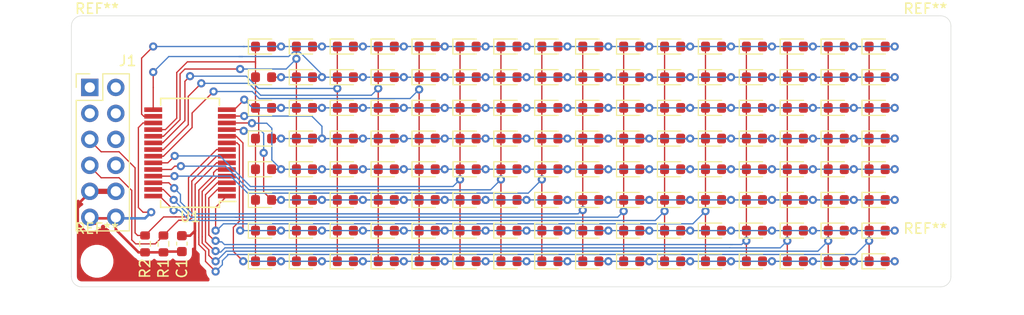
<source format=kicad_pcb>
(kicad_pcb (version 20171130) (host pcbnew "(5.1.9-0-10_14)")
  (layers (0 F.Cu signal) (31 B.Cu signal) (34 B.Paste user) (35 F.Paste user) (36 B.SilkS user) (37 F.SilkS user) (38 B.Mask user) (39 F.Mask user) (44 Edge.Cuts user))
  (net 0 "")
  (net 1 /GRID1)
  (net 2 /SEG5)
  (net 3 /SEG4)
  (net 4 /SEG3)
  (net 5 /SEG2)
  (net 6 /SEG1)
  (net 7 /GRID2)
  (net 8 /GRID3)
  (net 9 /GRID4)
  (net 10 /GRID5)
  (net 11 /GRID6)
  (net 12 /GRID7)
  (net 13 /GRID8)
  (net 14 /GRID9)
  (net 15 /GRID10)
  (net 16 /GRID11)
  (net 17 /GRID12)
  (net 18 /GRID13)
  (net 19 /GRID14)
  (net 20 /GRID15)
  (net 21 /GRID16)
  (net 22 /SEG8)
  (net 23 /SEG7)
  (net 24 /SEG6)
  (net 25 +3V3)
  (net 26 GND)
  (net 27 "Net-(J1-Pad8)")
  (net 28 DATA)
  (net 29 "Net-(J1-Pad6)")
  (net 30 CLK)
  (net 31 "Net-(J1-Pad4)")
  (net 32 "Net-(J1-Pad3)")
  (net 33 "Net-(J1-Pad2)")
  (net 34 "Net-(J1-Pad1)")
  (module MountingHole:MountingHole_2.2mm_M2 (layer F.Cu) (at 188.5 109)
    (fp_text reference REF** (at 0 -3.2) (layer F.SilkS))
    (fp_text value MountingHole_2.2mm_M2)
    (pad 1 np_thru_hole circle (at 0 0) (size 2.2 2.2) (drill 2.2) (layers *.Cu *.Mask))
  )
  (module MountingHole:MountingHole_2.2mm_M2 (layer F.Cu) (at 188.5 87.5)
    (fp_text reference REF** (at 0 -3.2) (layer F.SilkS))
    (fp_text value MountingHole_2.2mm_M2)
    (pad 1 np_thru_hole circle (at 0 0) (size 2.2 2.2) (drill 2.2) (layers *.Cu *.Mask))
  )
  (module MountingHole:MountingHole_2.2mm_M2 (layer F.Cu) (at 107.5 109)
    (fp_text reference REF** (at 0 -3.2) (layer F.SilkS))
    (fp_text value MountingHole_2.2mm_M2)
    (pad 1 np_thru_hole circle (at 0 0) (size 2.2 2.2) (drill 2.2) (layers *.Cu *.Mask))
  )
  (module MountingHole:MountingHole_2.2mm_M2 (layer F.Cu) (at 107.5 87.5)
    (fp_text reference REF** (at 0 -3.2) (layer F.SilkS))
    (fp_text value MountingHole_2.2mm_M2)
    (pad 1 np_thru_hole circle (at 0 0) (size 2.2 2.2) (drill 2.2) (layers *.Cu *.Mask))
  )
  (module Capacitor_SMD:C_0603_1608Metric (layer F.Cu) (at 115.8 107.275 90)
    (fp_text reference C1 (at -2.425 0 90) (layer F.SilkS))
    (fp_text value 100uF)
    (pad 2 smd roundrect (at 0.775 0 90) (size 0.9 0.95) (layers F.Cu F.Paste F.Mask) (net 26 GND))
    (pad 1 smd roundrect (at -0.775 0 90) (size 0.9 0.95) (layers F.Cu F.Paste F.Mask) (net 25 +3V3))
  )
  (module Resistor_SMD:R_0603_1608Metric (layer F.Cu) (at 112.2 107.3 90)
    (fp_text reference R2 (at -2.4 0 270) (layer F.SilkS))
    (fp_text value 10k)
    (pad 2 smd roundrect (at 0.825 0 90) (size 0.8 0.95) (layers F.Cu F.Paste F.Mask) (net 30 CLK))
    (pad 1 smd roundrect (at -0.825 0 90) (size 0.8 0.95) (layers F.Cu F.Paste F.Mask) (net 25 +3V3))
  )
  (module Resistor_SMD:R_0603_1608Metric (layer F.Cu) (at 114 107.3 90)
    (fp_text reference R1 (at -2.4 0 270) (layer F.SilkS))
    (fp_text value 10k)
    (pad 2 smd roundrect (at 0.825 0 90) (size 0.8 0.95) (layers F.Cu F.Paste F.Mask) (net 28 DATA))
    (pad 1 smd roundrect (at -0.825 0 90) (size 0.8 0.95) (layers F.Cu F.Paste F.Mask) (net 25 +3V3))
  )
  (module Connector_PinHeader_2.54mm:PinHeader_2x06_P2.54mm_Vertical (layer F.Cu) (at 106.8 92)
    (fp_text reference J1 (at 3.7 -2.6) (layer F.SilkS))
    (fp_text value Conn_02x06_Odd_Even)
    (pad 12 thru_hole oval (at 2.54 12.7) (size 1.7 1.7) (drill 1) (layers *.Cu *.Mask) (net 25 +3V3))
    (pad 11 thru_hole oval (at 0 12.7) (size 1.7 1.7) (drill 1) (layers *.Cu *.Mask) (net 25 +3V3))
    (pad 10 thru_hole oval (at 2.54 10.16) (size 1.7 1.7) (drill 1) (layers *.Cu *.Mask) (net 26 GND))
    (pad 9 thru_hole oval (at 0 10.16) (size 1.7 1.7) (drill 1) (layers *.Cu *.Mask) (net 26 GND))
    (pad 8 thru_hole oval (at 2.54 7.62) (size 1.7 1.7) (drill 1) (layers *.Cu *.Mask) (net 27 "Net-(J1-Pad8)"))
    (pad 7 thru_hole oval (at 0 7.62) (size 1.7 1.7) (drill 1) (layers *.Cu *.Mask) (net 28 DATA))
    (pad 6 thru_hole oval (at 2.54 5.08) (size 1.7 1.7) (drill 1) (layers *.Cu *.Mask) (net 29 "Net-(J1-Pad6)"))
    (pad 5 thru_hole oval (at 0 5.08) (size 1.7 1.7) (drill 1) (layers *.Cu *.Mask) (net 30 CLK))
    (pad 4 thru_hole oval (at 2.54 2.54) (size 1.7 1.7) (drill 1) (layers *.Cu *.Mask) (net 31 "Net-(J1-Pad4)"))
    (pad 3 thru_hole oval (at 0 2.54) (size 1.7 1.7) (drill 1) (layers *.Cu *.Mask) (net 32 "Net-(J1-Pad3)"))
    (pad 2 thru_hole oval (at 2.54 0) (size 1.7 1.7) (drill 1) (layers *.Cu *.Mask) (net 33 "Net-(J1-Pad2)"))
    (pad 1 thru_hole rect (at 0 0) (size 1.7 1.7) (drill 1) (layers *.Cu *.Mask) (net 34 "Net-(J1-Pad1)"))
  )
  (module Package_SO:SSOP-28_5.3x10.2mm_P0.65mm (layer F.Cu) (at 116.6 98.4 180)
    (fp_text reference U1 (at 0 -6.25) (layer F.SilkS))
    (fp_text value GN1640)
    (pad 28 smd rect (at 3.6 -4.225 180) (size 1.75 0.45) (layers F.Cu F.Paste F.Mask) (net 16 /GRID11))
    (pad 27 smd rect (at 3.6 -3.575 180) (size 1.75 0.45) (layers F.Cu F.Paste F.Mask) (net 15 /GRID10))
    (pad 26 smd rect (at 3.6 -2.925 180) (size 1.75 0.45) (layers F.Cu F.Paste F.Mask) (net 14 /GRID9))
    (pad 25 smd rect (at 3.6 -2.275 180) (size 1.75 0.45) (layers F.Cu F.Paste F.Mask) (net 13 /GRID8))
    (pad 24 smd rect (at 3.6 -1.625 180) (size 1.75 0.45) (layers F.Cu F.Paste F.Mask) (net 12 /GRID7))
    (pad 23 smd rect (at 3.6 -0.975 180) (size 1.75 0.45) (layers F.Cu F.Paste F.Mask) (net 11 /GRID6))
    (pad 22 smd rect (at 3.6 -0.325 180) (size 1.75 0.45) (layers F.Cu F.Paste F.Mask) (net 10 /GRID5))
    (pad 21 smd rect (at 3.6 0.325 180) (size 1.75 0.45) (layers F.Cu F.Paste F.Mask) (net 9 /GRID4))
    (pad 20 smd rect (at 3.6 0.975 180) (size 1.75 0.45) (layers F.Cu F.Paste F.Mask) (net 8 /GRID3))
    (pad 19 smd rect (at 3.6 1.625 180) (size 1.75 0.45) (layers F.Cu F.Paste F.Mask) (net 7 /GRID2))
    (pad 18 smd rect (at 3.6 2.275 180) (size 1.75 0.45) (layers F.Cu F.Paste F.Mask) (net 1 /GRID1))
    (pad 17 smd rect (at 3.6 2.925 180) (size 1.75 0.45) (layers F.Cu F.Paste F.Mask) (net 25 +3V3))
    (pad 16 smd rect (at 3.6 3.575 180) (size 1.75 0.45) (layers F.Cu F.Paste F.Mask) (net 22 /SEG8))
    (pad 15 smd rect (at 3.6 4.225 180) (size 1.75 0.45) (layers F.Cu F.Paste F.Mask) (net 23 /SEG7))
    (pad 14 smd rect (at -3.6 4.225 180) (size 1.75 0.45) (layers F.Cu F.Paste F.Mask) (net 24 /SEG6))
    (pad 13 smd rect (at -3.6 3.575 180) (size 1.75 0.45) (layers F.Cu F.Paste F.Mask) (net 2 /SEG5))
    (pad 12 smd rect (at -3.6 2.925 180) (size 1.75 0.45) (layers F.Cu F.Paste F.Mask) (net 3 /SEG4))
    (pad 11 smd rect (at -3.6 2.275 180) (size 1.75 0.45) (layers F.Cu F.Paste F.Mask) (net 4 /SEG3))
    (pad 10 smd rect (at -3.6 1.625 180) (size 1.75 0.45) (layers F.Cu F.Paste F.Mask) (net 5 /SEG2))
    (pad 9 smd rect (at -3.6 0.975 180) (size 1.75 0.45) (layers F.Cu F.Paste F.Mask) (net 6 /SEG1))
    (pad 8 smd rect (at -3.6 0.325 180) (size 1.75 0.45) (layers F.Cu F.Paste F.Mask) (net 30 CLK))
    (pad 7 smd rect (at -3.6 -0.325 180) (size 1.75 0.45) (layers F.Cu F.Paste F.Mask) (net 28 DATA))
    (pad 6 smd rect (at -3.6 -0.975 180) (size 1.75 0.45) (layers F.Cu F.Paste F.Mask) (net 26 GND))
    (pad 5 smd rect (at -3.6 -1.625 180) (size 1.75 0.45) (layers F.Cu F.Paste F.Mask) (net 21 /GRID16))
    (pad 4 smd rect (at -3.6 -2.275 180) (size 1.75 0.45) (layers F.Cu F.Paste F.Mask) (net 20 /GRID15))
    (pad 3 smd rect (at -3.6 -2.925 180) (size 1.75 0.45) (layers F.Cu F.Paste F.Mask) (net 19 /GRID14))
    (pad 2 smd rect (at -3.6 -3.575 180) (size 1.75 0.45) (layers F.Cu F.Paste F.Mask) (net 18 /GRID13))
    (pad 1 smd rect (at -3.6 -4.225 180) (size 1.75 0.45) (layers F.Cu F.Paste F.Mask) (net 17 /GRID12))
  )
  (module LED_SMD:LED_0603_1608Metric (layer F.Cu) (at 183.7875 109)
    (fp_text reference D128 hide)
    (fp_text value LED)
    (pad 2 smd roundrect (at 0.7875 0) (size 0.875 0.95) (layers F.Cu F.Paste F.Mask) (net 6 /SEG1))
    (pad 1 smd roundrect (at -0.7875 0) (size 0.875 0.95) (layers F.Cu F.Paste F.Mask) (net 21 /GRID16))
  )
  (module LED_SMD:LED_0603_1608Metric (layer F.Cu) (at 183.7875 106)
    (fp_text reference D127 hide)
    (fp_text value LED)
    (pad 2 smd roundrect (at 0.7875 0) (size 0.875 0.95) (layers F.Cu F.Paste F.Mask) (net 5 /SEG2))
    (pad 1 smd roundrect (at -0.7875 0) (size 0.875 0.95) (layers F.Cu F.Paste F.Mask) (net 21 /GRID16))
  )
  (module LED_SMD:LED_0603_1608Metric (layer F.Cu) (at 183.7875 103)
    (fp_text reference D126 hide)
    (fp_text value LED)
    (pad 2 smd roundrect (at 0.7875 0) (size 0.875 0.95) (layers F.Cu F.Paste F.Mask) (net 4 /SEG3))
    (pad 1 smd roundrect (at -0.7875 0) (size 0.875 0.95) (layers F.Cu F.Paste F.Mask) (net 21 /GRID16))
  )
  (module LED_SMD:LED_0603_1608Metric (layer F.Cu) (at 183.7875 100)
    (fp_text reference D125 hide)
    (fp_text value LED)
    (pad 2 smd roundrect (at 0.7875 0) (size 0.875 0.95) (layers F.Cu F.Paste F.Mask) (net 3 /SEG4))
    (pad 1 smd roundrect (at -0.7875 0) (size 0.875 0.95) (layers F.Cu F.Paste F.Mask) (net 21 /GRID16))
  )
  (module LED_SMD:LED_0603_1608Metric (layer F.Cu) (at 183.7875 97)
    (fp_text reference D124 hide)
    (fp_text value LED)
    (pad 2 smd roundrect (at 0.7875 0) (size 0.875 0.95) (layers F.Cu F.Paste F.Mask) (net 2 /SEG5))
    (pad 1 smd roundrect (at -0.7875 0) (size 0.875 0.95) (layers F.Cu F.Paste F.Mask) (net 21 /GRID16))
  )
  (module LED_SMD:LED_0603_1608Metric (layer F.Cu) (at 183.7875 94)
    (fp_text reference D123 hide)
    (fp_text value LED)
    (pad 2 smd roundrect (at 0.7875 0) (size 0.875 0.95) (layers F.Cu F.Paste F.Mask) (net 24 /SEG6))
    (pad 1 smd roundrect (at -0.7875 0) (size 0.875 0.95) (layers F.Cu F.Paste F.Mask) (net 21 /GRID16))
  )
  (module LED_SMD:LED_0603_1608Metric (layer F.Cu) (at 183.7875 91)
    (fp_text reference D122 hide)
    (fp_text value LED)
    (pad 2 smd roundrect (at 0.7875 0) (size 0.875 0.95) (layers F.Cu F.Paste F.Mask) (net 23 /SEG7))
    (pad 1 smd roundrect (at -0.7875 0) (size 0.875 0.95) (layers F.Cu F.Paste F.Mask) (net 21 /GRID16))
  )
  (module LED_SMD:LED_0603_1608Metric (layer F.Cu) (at 183.7875 88)
    (fp_text reference D121 hide)
    (fp_text value LED)
    (pad 2 smd roundrect (at 0.7875 0) (size 0.875 0.95) (layers F.Cu F.Paste F.Mask) (net 22 /SEG8))
    (pad 1 smd roundrect (at -0.7875 0) (size 0.875 0.95) (layers F.Cu F.Paste F.Mask) (net 21 /GRID16))
  )
  (module LED_SMD:LED_0603_1608Metric (layer F.Cu) (at 179.7875 109)
    (fp_text reference D120 hide)
    (fp_text value LED)
    (pad 2 smd roundrect (at 0.7875 0) (size 0.875 0.95) (layers F.Cu F.Paste F.Mask) (net 6 /SEG1))
    (pad 1 smd roundrect (at -0.7875 0) (size 0.875 0.95) (layers F.Cu F.Paste F.Mask) (net 20 /GRID15))
  )
  (module LED_SMD:LED_0603_1608Metric (layer F.Cu) (at 179.7875 106)
    (fp_text reference D119 hide)
    (fp_text value LED)
    (pad 2 smd roundrect (at 0.7875 0) (size 0.875 0.95) (layers F.Cu F.Paste F.Mask) (net 5 /SEG2))
    (pad 1 smd roundrect (at -0.7875 0) (size 0.875 0.95) (layers F.Cu F.Paste F.Mask) (net 20 /GRID15))
  )
  (module LED_SMD:LED_0603_1608Metric (layer F.Cu) (at 179.7875 103)
    (fp_text reference D118 hide)
    (fp_text value LED)
    (pad 2 smd roundrect (at 0.7875 0) (size 0.875 0.95) (layers F.Cu F.Paste F.Mask) (net 4 /SEG3))
    (pad 1 smd roundrect (at -0.7875 0) (size 0.875 0.95) (layers F.Cu F.Paste F.Mask) (net 20 /GRID15))
  )
  (module LED_SMD:LED_0603_1608Metric (layer F.Cu) (at 179.7875 100)
    (fp_text reference D117 hide)
    (fp_text value LED)
    (pad 2 smd roundrect (at 0.7875 0) (size 0.875 0.95) (layers F.Cu F.Paste F.Mask) (net 3 /SEG4))
    (pad 1 smd roundrect (at -0.7875 0) (size 0.875 0.95) (layers F.Cu F.Paste F.Mask) (net 20 /GRID15))
  )
  (module LED_SMD:LED_0603_1608Metric (layer F.Cu) (at 179.7875 97)
    (fp_text reference D116 hide)
    (fp_text value LED)
    (pad 2 smd roundrect (at 0.7875 0) (size 0.875 0.95) (layers F.Cu F.Paste F.Mask) (net 2 /SEG5))
    (pad 1 smd roundrect (at -0.7875 0) (size 0.875 0.95) (layers F.Cu F.Paste F.Mask) (net 20 /GRID15))
  )
  (module LED_SMD:LED_0603_1608Metric (layer F.Cu) (at 179.7875 94)
    (fp_text reference D115 hide)
    (fp_text value LED)
    (pad 2 smd roundrect (at 0.7875 0) (size 0.875 0.95) (layers F.Cu F.Paste F.Mask) (net 24 /SEG6))
    (pad 1 smd roundrect (at -0.7875 0) (size 0.875 0.95) (layers F.Cu F.Paste F.Mask) (net 20 /GRID15))
  )
  (module LED_SMD:LED_0603_1608Metric (layer F.Cu) (at 179.7875 91)
    (fp_text reference D114 hide)
    (fp_text value LED)
    (pad 2 smd roundrect (at 0.7875 0) (size 0.875 0.95) (layers F.Cu F.Paste F.Mask) (net 23 /SEG7))
    (pad 1 smd roundrect (at -0.7875 0) (size 0.875 0.95) (layers F.Cu F.Paste F.Mask) (net 20 /GRID15))
  )
  (module LED_SMD:LED_0603_1608Metric (layer F.Cu) (at 179.7875 88)
    (fp_text reference D113 hide)
    (fp_text value LED)
    (pad 2 smd roundrect (at 0.7875 0) (size 0.875 0.95) (layers F.Cu F.Paste F.Mask) (net 22 /SEG8))
    (pad 1 smd roundrect (at -0.7875 0) (size 0.875 0.95) (layers F.Cu F.Paste F.Mask) (net 20 /GRID15))
  )
  (module LED_SMD:LED_0603_1608Metric (layer F.Cu) (at 175.7875 109)
    (fp_text reference D112 hide)
    (fp_text value LED)
    (pad 2 smd roundrect (at 0.7875 0) (size 0.875 0.95) (layers F.Cu F.Paste F.Mask) (net 6 /SEG1))
    (pad 1 smd roundrect (at -0.7875 0) (size 0.875 0.95) (layers F.Cu F.Paste F.Mask) (net 19 /GRID14))
  )
  (module LED_SMD:LED_0603_1608Metric (layer F.Cu) (at 175.7875 106)
    (fp_text reference D111 hide)
    (fp_text value LED)
    (pad 2 smd roundrect (at 0.7875 0) (size 0.875 0.95) (layers F.Cu F.Paste F.Mask) (net 5 /SEG2))
    (pad 1 smd roundrect (at -0.7875 0) (size 0.875 0.95) (layers F.Cu F.Paste F.Mask) (net 19 /GRID14))
  )
  (module LED_SMD:LED_0603_1608Metric (layer F.Cu) (at 175.7875 103)
    (fp_text reference D110 hide)
    (fp_text value LED)
    (pad 2 smd roundrect (at 0.7875 0) (size 0.875 0.95) (layers F.Cu F.Paste F.Mask) (net 4 /SEG3))
    (pad 1 smd roundrect (at -0.7875 0) (size 0.875 0.95) (layers F.Cu F.Paste F.Mask) (net 19 /GRID14))
  )
  (module LED_SMD:LED_0603_1608Metric (layer F.Cu) (at 175.7875 100)
    (fp_text reference D109 hide)
    (fp_text value LED)
    (pad 2 smd roundrect (at 0.7875 0) (size 0.875 0.95) (layers F.Cu F.Paste F.Mask) (net 3 /SEG4))
    (pad 1 smd roundrect (at -0.7875 0) (size 0.875 0.95) (layers F.Cu F.Paste F.Mask) (net 19 /GRID14))
  )
  (module LED_SMD:LED_0603_1608Metric (layer F.Cu) (at 175.7875 97)
    (fp_text reference D108 hide)
    (fp_text value LED)
    (pad 2 smd roundrect (at 0.7875 0) (size 0.875 0.95) (layers F.Cu F.Paste F.Mask) (net 2 /SEG5))
    (pad 1 smd roundrect (at -0.7875 0) (size 0.875 0.95) (layers F.Cu F.Paste F.Mask) (net 19 /GRID14))
  )
  (module LED_SMD:LED_0603_1608Metric (layer F.Cu) (at 175.7875 94)
    (fp_text reference D107 hide)
    (fp_text value LED)
    (pad 2 smd roundrect (at 0.7875 0) (size 0.875 0.95) (layers F.Cu F.Paste F.Mask) (net 24 /SEG6))
    (pad 1 smd roundrect (at -0.7875 0) (size 0.875 0.95) (layers F.Cu F.Paste F.Mask) (net 19 /GRID14))
  )
  (module LED_SMD:LED_0603_1608Metric (layer F.Cu) (at 175.7875 91)
    (fp_text reference D106 hide)
    (fp_text value LED)
    (pad 2 smd roundrect (at 0.7875 0) (size 0.875 0.95) (layers F.Cu F.Paste F.Mask) (net 23 /SEG7))
    (pad 1 smd roundrect (at -0.7875 0) (size 0.875 0.95) (layers F.Cu F.Paste F.Mask) (net 19 /GRID14))
  )
  (module LED_SMD:LED_0603_1608Metric (layer F.Cu) (at 175.7875 88)
    (fp_text reference D105 hide)
    (fp_text value LED)
    (pad 2 smd roundrect (at 0.7875 0) (size 0.875 0.95) (layers F.Cu F.Paste F.Mask) (net 22 /SEG8))
    (pad 1 smd roundrect (at -0.7875 0) (size 0.875 0.95) (layers F.Cu F.Paste F.Mask) (net 19 /GRID14))
  )
  (module LED_SMD:LED_0603_1608Metric (layer F.Cu) (at 171.7875 109)
    (fp_text reference D104 hide)
    (fp_text value LED)
    (pad 2 smd roundrect (at 0.7875 0) (size 0.875 0.95) (layers F.Cu F.Paste F.Mask) (net 6 /SEG1))
    (pad 1 smd roundrect (at -0.7875 0) (size 0.875 0.95) (layers F.Cu F.Paste F.Mask) (net 18 /GRID13))
  )
  (module LED_SMD:LED_0603_1608Metric (layer F.Cu) (at 171.7875 106)
    (fp_text reference D103 hide)
    (fp_text value LED)
    (pad 2 smd roundrect (at 0.7875 0) (size 0.875 0.95) (layers F.Cu F.Paste F.Mask) (net 5 /SEG2))
    (pad 1 smd roundrect (at -0.7875 0) (size 0.875 0.95) (layers F.Cu F.Paste F.Mask) (net 18 /GRID13))
  )
  (module LED_SMD:LED_0603_1608Metric (layer F.Cu) (at 171.7875 103)
    (fp_text reference D102 hide)
    (fp_text value LED)
    (pad 2 smd roundrect (at 0.7875 0) (size 0.875 0.95) (layers F.Cu F.Paste F.Mask) (net 4 /SEG3))
    (pad 1 smd roundrect (at -0.7875 0) (size 0.875 0.95) (layers F.Cu F.Paste F.Mask) (net 18 /GRID13))
  )
  (module LED_SMD:LED_0603_1608Metric (layer F.Cu) (at 171.7875 100)
    (fp_text reference D101 hide)
    (fp_text value LED)
    (pad 2 smd roundrect (at 0.7875 0) (size 0.875 0.95) (layers F.Cu F.Paste F.Mask) (net 3 /SEG4))
    (pad 1 smd roundrect (at -0.7875 0) (size 0.875 0.95) (layers F.Cu F.Paste F.Mask) (net 18 /GRID13))
  )
  (module LED_SMD:LED_0603_1608Metric (layer F.Cu) (at 171.7875 97)
    (fp_text reference D100 hide)
    (fp_text value LED)
    (pad 2 smd roundrect (at 0.7875 0) (size 0.875 0.95) (layers F.Cu F.Paste F.Mask) (net 2 /SEG5))
    (pad 1 smd roundrect (at -0.7875 0) (size 0.875 0.95) (layers F.Cu F.Paste F.Mask) (net 18 /GRID13))
  )
  (module LED_SMD:LED_0603_1608Metric (layer F.Cu) (at 171.7875 94)
    (fp_text reference D99 hide)
    (fp_text value LED)
    (pad 2 smd roundrect (at 0.7875 0) (size 0.875 0.95) (layers F.Cu F.Paste F.Mask) (net 24 /SEG6))
    (pad 1 smd roundrect (at -0.7875 0) (size 0.875 0.95) (layers F.Cu F.Paste F.Mask) (net 18 /GRID13))
  )
  (module LED_SMD:LED_0603_1608Metric (layer F.Cu) (at 171.7875 91)
    (fp_text reference D98 hide)
    (fp_text value LED)
    (pad 2 smd roundrect (at 0.7875 0) (size 0.875 0.95) (layers F.Cu F.Paste F.Mask) (net 23 /SEG7))
    (pad 1 smd roundrect (at -0.7875 0) (size 0.875 0.95) (layers F.Cu F.Paste F.Mask) (net 18 /GRID13))
  )
  (module LED_SMD:LED_0603_1608Metric (layer F.Cu) (at 171.7875 88)
    (fp_text reference D97 hide)
    (fp_text value LED)
    (pad 2 smd roundrect (at 0.7875 0) (size 0.875 0.95) (layers F.Cu F.Paste F.Mask) (net 22 /SEG8))
    (pad 1 smd roundrect (at -0.7875 0) (size 0.875 0.95) (layers F.Cu F.Paste F.Mask) (net 18 /GRID13))
  )
  (module LED_SMD:LED_0603_1608Metric (layer F.Cu) (at 167.7875 109)
    (fp_text reference D96 hide)
    (fp_text value LED)
    (pad 2 smd roundrect (at 0.7875 0) (size 0.875 0.95) (layers F.Cu F.Paste F.Mask) (net 6 /SEG1))
    (pad 1 smd roundrect (at -0.7875 0) (size 0.875 0.95) (layers F.Cu F.Paste F.Mask) (net 17 /GRID12))
  )
  (module LED_SMD:LED_0603_1608Metric (layer F.Cu) (at 167.7875 106)
    (fp_text reference D95 hide)
    (fp_text value LED)
    (pad 2 smd roundrect (at 0.7875 0) (size 0.875 0.95) (layers F.Cu F.Paste F.Mask) (net 5 /SEG2))
    (pad 1 smd roundrect (at -0.7875 0) (size 0.875 0.95) (layers F.Cu F.Paste F.Mask) (net 17 /GRID12))
  )
  (module LED_SMD:LED_0603_1608Metric (layer F.Cu) (at 167.7875 103)
    (fp_text reference D94 hide)
    (fp_text value LED)
    (pad 2 smd roundrect (at 0.7875 0) (size 0.875 0.95) (layers F.Cu F.Paste F.Mask) (net 4 /SEG3))
    (pad 1 smd roundrect (at -0.7875 0) (size 0.875 0.95) (layers F.Cu F.Paste F.Mask) (net 17 /GRID12))
  )
  (module LED_SMD:LED_0603_1608Metric (layer F.Cu) (at 167.7875 100)
    (fp_text reference D93 hide)
    (fp_text value LED)
    (pad 2 smd roundrect (at 0.7875 0) (size 0.875 0.95) (layers F.Cu F.Paste F.Mask) (net 3 /SEG4))
    (pad 1 smd roundrect (at -0.7875 0) (size 0.875 0.95) (layers F.Cu F.Paste F.Mask) (net 17 /GRID12))
  )
  (module LED_SMD:LED_0603_1608Metric (layer F.Cu) (at 167.7875 97)
    (fp_text reference D92 hide)
    (fp_text value LED)
    (pad 2 smd roundrect (at 0.7875 0) (size 0.875 0.95) (layers F.Cu F.Paste F.Mask) (net 2 /SEG5))
    (pad 1 smd roundrect (at -0.7875 0) (size 0.875 0.95) (layers F.Cu F.Paste F.Mask) (net 17 /GRID12))
  )
  (module LED_SMD:LED_0603_1608Metric (layer F.Cu) (at 167.7875 94)
    (fp_text reference D91 hide)
    (fp_text value LED)
    (pad 2 smd roundrect (at 0.7875 0) (size 0.875 0.95) (layers F.Cu F.Paste F.Mask) (net 24 /SEG6))
    (pad 1 smd roundrect (at -0.7875 0) (size 0.875 0.95) (layers F.Cu F.Paste F.Mask) (net 17 /GRID12))
  )
  (module LED_SMD:LED_0603_1608Metric (layer F.Cu) (at 167.7875 91)
    (fp_text reference D90 hide)
    (fp_text value LED)
    (pad 2 smd roundrect (at 0.7875 0) (size 0.875 0.95) (layers F.Cu F.Paste F.Mask) (net 23 /SEG7))
    (pad 1 smd roundrect (at -0.7875 0) (size 0.875 0.95) (layers F.Cu F.Paste F.Mask) (net 17 /GRID12))
  )
  (module LED_SMD:LED_0603_1608Metric (layer F.Cu) (at 167.7875 88)
    (fp_text reference D89 hide)
    (fp_text value LED)
    (pad 2 smd roundrect (at 0.7875 0) (size 0.875 0.95) (layers F.Cu F.Paste F.Mask) (net 22 /SEG8))
    (pad 1 smd roundrect (at -0.7875 0) (size 0.875 0.95) (layers F.Cu F.Paste F.Mask) (net 17 /GRID12))
  )
  (module LED_SMD:LED_0603_1608Metric (layer F.Cu) (at 163.7875 109)
    (fp_text reference D88 hide)
    (fp_text value LED)
    (pad 2 smd roundrect (at 0.7875 0) (size 0.875 0.95) (layers F.Cu F.Paste F.Mask) (net 6 /SEG1))
    (pad 1 smd roundrect (at -0.7875 0) (size 0.875 0.95) (layers F.Cu F.Paste F.Mask) (net 16 /GRID11))
  )
  (module LED_SMD:LED_0603_1608Metric (layer F.Cu) (at 163.7875 106)
    (fp_text reference D87 hide)
    (fp_text value LED)
    (pad 2 smd roundrect (at 0.7875 0) (size 0.875 0.95) (layers F.Cu F.Paste F.Mask) (net 5 /SEG2))
    (pad 1 smd roundrect (at -0.7875 0) (size 0.875 0.95) (layers F.Cu F.Paste F.Mask) (net 16 /GRID11))
  )
  (module LED_SMD:LED_0603_1608Metric (layer F.Cu) (at 163.7875 103)
    (fp_text reference D86 hide)
    (fp_text value LED)
    (pad 2 smd roundrect (at 0.7875 0) (size 0.875 0.95) (layers F.Cu F.Paste F.Mask) (net 4 /SEG3))
    (pad 1 smd roundrect (at -0.7875 0) (size 0.875 0.95) (layers F.Cu F.Paste F.Mask) (net 16 /GRID11))
  )
  (module LED_SMD:LED_0603_1608Metric (layer F.Cu) (at 163.7875 100)
    (fp_text reference D85 hide)
    (fp_text value LED)
    (pad 2 smd roundrect (at 0.7875 0) (size 0.875 0.95) (layers F.Cu F.Paste F.Mask) (net 3 /SEG4))
    (pad 1 smd roundrect (at -0.7875 0) (size 0.875 0.95) (layers F.Cu F.Paste F.Mask) (net 16 /GRID11))
  )
  (module LED_SMD:LED_0603_1608Metric (layer F.Cu) (at 163.7875 97)
    (fp_text reference D84 hide)
    (fp_text value LED)
    (pad 2 smd roundrect (at 0.7875 0) (size 0.875 0.95) (layers F.Cu F.Paste F.Mask) (net 2 /SEG5))
    (pad 1 smd roundrect (at -0.7875 0) (size 0.875 0.95) (layers F.Cu F.Paste F.Mask) (net 16 /GRID11))
  )
  (module LED_SMD:LED_0603_1608Metric (layer F.Cu) (at 163.7875 94)
    (fp_text reference D83 hide)
    (fp_text value LED)
    (pad 2 smd roundrect (at 0.7875 0) (size 0.875 0.95) (layers F.Cu F.Paste F.Mask) (net 24 /SEG6))
    (pad 1 smd roundrect (at -0.7875 0) (size 0.875 0.95) (layers F.Cu F.Paste F.Mask) (net 16 /GRID11))
  )
  (module LED_SMD:LED_0603_1608Metric (layer F.Cu) (at 163.7875 91)
    (fp_text reference D82 hide)
    (fp_text value LED)
    (pad 2 smd roundrect (at 0.7875 0) (size 0.875 0.95) (layers F.Cu F.Paste F.Mask) (net 23 /SEG7))
    (pad 1 smd roundrect (at -0.7875 0) (size 0.875 0.95) (layers F.Cu F.Paste F.Mask) (net 16 /GRID11))
  )
  (module LED_SMD:LED_0603_1608Metric (layer F.Cu) (at 163.7875 88)
    (fp_text reference D81 hide)
    (fp_text value LED)
    (pad 2 smd roundrect (at 0.7875 0) (size 0.875 0.95) (layers F.Cu F.Paste F.Mask) (net 22 /SEG8))
    (pad 1 smd roundrect (at -0.7875 0) (size 0.875 0.95) (layers F.Cu F.Paste F.Mask) (net 16 /GRID11))
  )
  (module LED_SMD:LED_0603_1608Metric (layer F.Cu) (at 159.7875 109)
    (fp_text reference D80 hide)
    (fp_text value LED)
    (pad 2 smd roundrect (at 0.7875 0) (size 0.875 0.95) (layers F.Cu F.Paste F.Mask) (net 6 /SEG1))
    (pad 1 smd roundrect (at -0.7875 0) (size 0.875 0.95) (layers F.Cu F.Paste F.Mask) (net 15 /GRID10))
  )
  (module LED_SMD:LED_0603_1608Metric (layer F.Cu) (at 159.7875 106)
    (fp_text reference D79 hide)
    (fp_text value LED)
    (pad 2 smd roundrect (at 0.7875 0) (size 0.875 0.95) (layers F.Cu F.Paste F.Mask) (net 5 /SEG2))
    (pad 1 smd roundrect (at -0.7875 0) (size 0.875 0.95) (layers F.Cu F.Paste F.Mask) (net 15 /GRID10))
  )
  (module LED_SMD:LED_0603_1608Metric (layer F.Cu) (at 159.7875 103)
    (fp_text reference D78 hide)
    (fp_text value LED)
    (pad 2 smd roundrect (at 0.7875 0) (size 0.875 0.95) (layers F.Cu F.Paste F.Mask) (net 4 /SEG3))
    (pad 1 smd roundrect (at -0.7875 0) (size 0.875 0.95) (layers F.Cu F.Paste F.Mask) (net 15 /GRID10))
  )
  (module LED_SMD:LED_0603_1608Metric (layer F.Cu) (at 159.7875 100)
    (fp_text reference D77 hide)
    (fp_text value LED)
    (pad 2 smd roundrect (at 0.7875 0) (size 0.875 0.95) (layers F.Cu F.Paste F.Mask) (net 3 /SEG4))
    (pad 1 smd roundrect (at -0.7875 0) (size 0.875 0.95) (layers F.Cu F.Paste F.Mask) (net 15 /GRID10))
  )
  (module LED_SMD:LED_0603_1608Metric (layer F.Cu) (at 159.7875 97)
    (fp_text reference D76 hide)
    (fp_text value LED)
    (pad 2 smd roundrect (at 0.7875 0) (size 0.875 0.95) (layers F.Cu F.Paste F.Mask) (net 2 /SEG5))
    (pad 1 smd roundrect (at -0.7875 0) (size 0.875 0.95) (layers F.Cu F.Paste F.Mask) (net 15 /GRID10))
  )
  (module LED_SMD:LED_0603_1608Metric (layer F.Cu) (at 159.7875 94)
    (fp_text reference D75 hide)
    (fp_text value LED)
    (pad 2 smd roundrect (at 0.7875 0) (size 0.875 0.95) (layers F.Cu F.Paste F.Mask) (net 24 /SEG6))
    (pad 1 smd roundrect (at -0.7875 0) (size 0.875 0.95) (layers F.Cu F.Paste F.Mask) (net 15 /GRID10))
  )
  (module LED_SMD:LED_0603_1608Metric (layer F.Cu) (at 159.7875 91)
    (fp_text reference D74 hide)
    (fp_text value LED)
    (pad 2 smd roundrect (at 0.7875 0) (size 0.875 0.95) (layers F.Cu F.Paste F.Mask) (net 23 /SEG7))
    (pad 1 smd roundrect (at -0.7875 0) (size 0.875 0.95) (layers F.Cu F.Paste F.Mask) (net 15 /GRID10))
  )
  (module LED_SMD:LED_0603_1608Metric (layer F.Cu) (at 159.7875 88)
    (fp_text reference D73 hide)
    (fp_text value LED)
    (pad 2 smd roundrect (at 0.7875 0) (size 0.875 0.95) (layers F.Cu F.Paste F.Mask) (net 22 /SEG8))
    (pad 1 smd roundrect (at -0.7875 0) (size 0.875 0.95) (layers F.Cu F.Paste F.Mask) (net 15 /GRID10))
  )
  (module LED_SMD:LED_0603_1608Metric (layer F.Cu) (at 155.7875 109)
    (fp_text reference D72 hide)
    (fp_text value LED)
    (pad 2 smd roundrect (at 0.7875 0) (size 0.875 0.95) (layers F.Cu F.Paste F.Mask) (net 6 /SEG1))
    (pad 1 smd roundrect (at -0.7875 0) (size 0.875 0.95) (layers F.Cu F.Paste F.Mask) (net 14 /GRID9))
  )
  (module LED_SMD:LED_0603_1608Metric (layer F.Cu) (at 155.7875 106)
    (fp_text reference D71 hide)
    (fp_text value LED)
    (pad 2 smd roundrect (at 0.7875 0) (size 0.875 0.95) (layers F.Cu F.Paste F.Mask) (net 5 /SEG2))
    (pad 1 smd roundrect (at -0.7875 0) (size 0.875 0.95) (layers F.Cu F.Paste F.Mask) (net 14 /GRID9))
  )
  (module LED_SMD:LED_0603_1608Metric (layer F.Cu) (at 155.7875 103)
    (fp_text reference D70 hide)
    (fp_text value LED)
    (pad 2 smd roundrect (at 0.7875 0) (size 0.875 0.95) (layers F.Cu F.Paste F.Mask) (net 4 /SEG3))
    (pad 1 smd roundrect (at -0.7875 0) (size 0.875 0.95) (layers F.Cu F.Paste F.Mask) (net 14 /GRID9))
  )
  (module LED_SMD:LED_0603_1608Metric (layer F.Cu) (at 155.7875 100)
    (fp_text reference D69 hide)
    (fp_text value LED)
    (pad 2 smd roundrect (at 0.7875 0) (size 0.875 0.95) (layers F.Cu F.Paste F.Mask) (net 3 /SEG4))
    (pad 1 smd roundrect (at -0.7875 0) (size 0.875 0.95) (layers F.Cu F.Paste F.Mask) (net 14 /GRID9))
  )
  (module LED_SMD:LED_0603_1608Metric (layer F.Cu) (at 155.7875 97)
    (fp_text reference D68 hide)
    (fp_text value LED)
    (pad 2 smd roundrect (at 0.7875 0) (size 0.875 0.95) (layers F.Cu F.Paste F.Mask) (net 2 /SEG5))
    (pad 1 smd roundrect (at -0.7875 0) (size 0.875 0.95) (layers F.Cu F.Paste F.Mask) (net 14 /GRID9))
  )
  (module LED_SMD:LED_0603_1608Metric (layer F.Cu) (at 155.7875 94)
    (fp_text reference D67 hide)
    (fp_text value LED)
    (pad 2 smd roundrect (at 0.7875 0) (size 0.875 0.95) (layers F.Cu F.Paste F.Mask) (net 24 /SEG6))
    (pad 1 smd roundrect (at -0.7875 0) (size 0.875 0.95) (layers F.Cu F.Paste F.Mask) (net 14 /GRID9))
  )
  (module LED_SMD:LED_0603_1608Metric (layer F.Cu) (at 155.7875 91)
    (fp_text reference D66 hide)
    (fp_text value LED)
    (pad 2 smd roundrect (at 0.7875 0) (size 0.875 0.95) (layers F.Cu F.Paste F.Mask) (net 23 /SEG7))
    (pad 1 smd roundrect (at -0.7875 0) (size 0.875 0.95) (layers F.Cu F.Paste F.Mask) (net 14 /GRID9))
  )
  (module LED_SMD:LED_0603_1608Metric (layer F.Cu) (at 155.7875 88)
    (fp_text reference D65 hide)
    (fp_text value LED)
    (pad 2 smd roundrect (at 0.7875 0) (size 0.875 0.95) (layers F.Cu F.Paste F.Mask) (net 22 /SEG8))
    (pad 1 smd roundrect (at -0.7875 0) (size 0.875 0.95) (layers F.Cu F.Paste F.Mask) (net 14 /GRID9))
  )
  (module LED_SMD:LED_0603_1608Metric (layer F.Cu) (at 151.7875 109)
    (fp_text reference D64 hide)
    (fp_text value LED)
    (pad 2 smd roundrect (at 0.7875 0) (size 0.875 0.95) (layers F.Cu F.Paste F.Mask) (net 6 /SEG1))
    (pad 1 smd roundrect (at -0.7875 0) (size 0.875 0.95) (layers F.Cu F.Paste F.Mask) (net 13 /GRID8))
  )
  (module LED_SMD:LED_0603_1608Metric (layer F.Cu) (at 151.7875 106)
    (fp_text reference D63 hide)
    (fp_text value LED)
    (pad 2 smd roundrect (at 0.7875 0) (size 0.875 0.95) (layers F.Cu F.Paste F.Mask) (net 5 /SEG2))
    (pad 1 smd roundrect (at -0.7875 0) (size 0.875 0.95) (layers F.Cu F.Paste F.Mask) (net 13 /GRID8))
  )
  (module LED_SMD:LED_0603_1608Metric (layer F.Cu) (at 151.7875 103)
    (fp_text reference D62 hide)
    (fp_text value LED)
    (pad 2 smd roundrect (at 0.7875 0) (size 0.875 0.95) (layers F.Cu F.Paste F.Mask) (net 4 /SEG3))
    (pad 1 smd roundrect (at -0.7875 0) (size 0.875 0.95) (layers F.Cu F.Paste F.Mask) (net 13 /GRID8))
  )
  (module LED_SMD:LED_0603_1608Metric (layer F.Cu) (at 151.7875 100)
    (fp_text reference D61 hide)
    (fp_text value LED)
    (pad 2 smd roundrect (at 0.7875 0) (size 0.875 0.95) (layers F.Cu F.Paste F.Mask) (net 3 /SEG4))
    (pad 1 smd roundrect (at -0.7875 0) (size 0.875 0.95) (layers F.Cu F.Paste F.Mask) (net 13 /GRID8))
  )
  (module LED_SMD:LED_0603_1608Metric (layer F.Cu) (at 151.7875 97)
    (fp_text reference D60 hide)
    (fp_text value LED)
    (pad 2 smd roundrect (at 0.7875 0) (size 0.875 0.95) (layers F.Cu F.Paste F.Mask) (net 2 /SEG5))
    (pad 1 smd roundrect (at -0.7875 0) (size 0.875 0.95) (layers F.Cu F.Paste F.Mask) (net 13 /GRID8))
  )
  (module LED_SMD:LED_0603_1608Metric (layer F.Cu) (at 151.7875 94)
    (fp_text reference D59 hide)
    (fp_text value LED)
    (pad 2 smd roundrect (at 0.7875 0) (size 0.875 0.95) (layers F.Cu F.Paste F.Mask) (net 24 /SEG6))
    (pad 1 smd roundrect (at -0.7875 0) (size 0.875 0.95) (layers F.Cu F.Paste F.Mask) (net 13 /GRID8))
  )
  (module LED_SMD:LED_0603_1608Metric (layer F.Cu) (at 151.7875 91)
    (fp_text reference D58 hide)
    (fp_text value LED)
    (pad 2 smd roundrect (at 0.7875 0) (size 0.875 0.95) (layers F.Cu F.Paste F.Mask) (net 23 /SEG7))
    (pad 1 smd roundrect (at -0.7875 0) (size 0.875 0.95) (layers F.Cu F.Paste F.Mask) (net 13 /GRID8))
  )
  (module LED_SMD:LED_0603_1608Metric (layer F.Cu) (at 151.7875 88)
    (fp_text reference D57 hide)
    (fp_text value LED)
    (pad 2 smd roundrect (at 0.7875 0) (size 0.875 0.95) (layers F.Cu F.Paste F.Mask) (net 22 /SEG8))
    (pad 1 smd roundrect (at -0.7875 0) (size 0.875 0.95) (layers F.Cu F.Paste F.Mask) (net 13 /GRID8))
  )
  (module LED_SMD:LED_0603_1608Metric (layer F.Cu) (at 147.7875 109)
    (fp_text reference D56 hide)
    (fp_text value LED)
    (pad 2 smd roundrect (at 0.7875 0) (size 0.875 0.95) (layers F.Cu F.Paste F.Mask) (net 6 /SEG1))
    (pad 1 smd roundrect (at -0.7875 0) (size 0.875 0.95) (layers F.Cu F.Paste F.Mask) (net 12 /GRID7))
  )
  (module LED_SMD:LED_0603_1608Metric (layer F.Cu) (at 147.7875 106)
    (fp_text reference D55 hide)
    (fp_text value LED)
    (pad 2 smd roundrect (at 0.7875 0) (size 0.875 0.95) (layers F.Cu F.Paste F.Mask) (net 5 /SEG2))
    (pad 1 smd roundrect (at -0.7875 0) (size 0.875 0.95) (layers F.Cu F.Paste F.Mask) (net 12 /GRID7))
  )
  (module LED_SMD:LED_0603_1608Metric (layer F.Cu) (at 147.7875 103)
    (fp_text reference D54 hide)
    (fp_text value LED)
    (pad 2 smd roundrect (at 0.7875 0) (size 0.875 0.95) (layers F.Cu F.Paste F.Mask) (net 4 /SEG3))
    (pad 1 smd roundrect (at -0.7875 0) (size 0.875 0.95) (layers F.Cu F.Paste F.Mask) (net 12 /GRID7))
  )
  (module LED_SMD:LED_0603_1608Metric (layer F.Cu) (at 147.7875 100)
    (fp_text reference D53 hide)
    (fp_text value LED)
    (pad 2 smd roundrect (at 0.7875 0) (size 0.875 0.95) (layers F.Cu F.Paste F.Mask) (net 3 /SEG4))
    (pad 1 smd roundrect (at -0.7875 0) (size 0.875 0.95) (layers F.Cu F.Paste F.Mask) (net 12 /GRID7))
  )
  (module LED_SMD:LED_0603_1608Metric (layer F.Cu) (at 147.7875 97)
    (fp_text reference D52 hide)
    (fp_text value LED)
    (pad 2 smd roundrect (at 0.7875 0) (size 0.875 0.95) (layers F.Cu F.Paste F.Mask) (net 2 /SEG5))
    (pad 1 smd roundrect (at -0.7875 0) (size 0.875 0.95) (layers F.Cu F.Paste F.Mask) (net 12 /GRID7))
  )
  (module LED_SMD:LED_0603_1608Metric (layer F.Cu) (at 147.7875 94)
    (fp_text reference D51 hide)
    (fp_text value LED)
    (pad 2 smd roundrect (at 0.7875 0) (size 0.875 0.95) (layers F.Cu F.Paste F.Mask) (net 24 /SEG6))
    (pad 1 smd roundrect (at -0.7875 0) (size 0.875 0.95) (layers F.Cu F.Paste F.Mask) (net 12 /GRID7))
  )
  (module LED_SMD:LED_0603_1608Metric (layer F.Cu) (at 147.7875 91)
    (fp_text reference D50 hide)
    (fp_text value LED)
    (pad 2 smd roundrect (at 0.7875 0) (size 0.875 0.95) (layers F.Cu F.Paste F.Mask) (net 23 /SEG7))
    (pad 1 smd roundrect (at -0.7875 0) (size 0.875 0.95) (layers F.Cu F.Paste F.Mask) (net 12 /GRID7))
  )
  (module LED_SMD:LED_0603_1608Metric (layer F.Cu) (at 147.7875 88)
    (fp_text reference D49 hide)
    (fp_text value LED)
    (pad 2 smd roundrect (at 0.7875 0) (size 0.875 0.95) (layers F.Cu F.Paste F.Mask) (net 22 /SEG8))
    (pad 1 smd roundrect (at -0.7875 0) (size 0.875 0.95) (layers F.Cu F.Paste F.Mask) (net 12 /GRID7))
  )
  (module LED_SMD:LED_0603_1608Metric (layer F.Cu) (at 143.7875 109)
    (fp_text reference D48 hide)
    (fp_text value LED)
    (pad 2 smd roundrect (at 0.7875 0) (size 0.875 0.95) (layers F.Cu F.Paste F.Mask) (net 6 /SEG1))
    (pad 1 smd roundrect (at -0.7875 0) (size 0.875 0.95) (layers F.Cu F.Paste F.Mask) (net 11 /GRID6))
  )
  (module LED_SMD:LED_0603_1608Metric (layer F.Cu) (at 143.7875 106)
    (fp_text reference D47 hide)
    (fp_text value LED)
    (pad 2 smd roundrect (at 0.7875 0) (size 0.875 0.95) (layers F.Cu F.Paste F.Mask) (net 5 /SEG2))
    (pad 1 smd roundrect (at -0.7875 0) (size 0.875 0.95) (layers F.Cu F.Paste F.Mask) (net 11 /GRID6))
  )
  (module LED_SMD:LED_0603_1608Metric (layer F.Cu) (at 143.7875 103)
    (fp_text reference D46 hide)
    (fp_text value LED)
    (pad 2 smd roundrect (at 0.7875 0) (size 0.875 0.95) (layers F.Cu F.Paste F.Mask) (net 4 /SEG3))
    (pad 1 smd roundrect (at -0.7875 0) (size 0.875 0.95) (layers F.Cu F.Paste F.Mask) (net 11 /GRID6))
  )
  (module LED_SMD:LED_0603_1608Metric (layer F.Cu) (at 143.8 100)
    (fp_text reference D45 hide)
    (fp_text value LED)
    (pad 2 smd roundrect (at 0.7875 0) (size 0.875 0.95) (layers F.Cu F.Paste F.Mask) (net 3 /SEG4))
    (pad 1 smd roundrect (at -0.7875 0) (size 0.875 0.95) (layers F.Cu F.Paste F.Mask) (net 11 /GRID6))
  )
  (module LED_SMD:LED_0603_1608Metric (layer F.Cu) (at 143.7875 97)
    (fp_text reference D44 hide)
    (fp_text value LED)
    (pad 2 smd roundrect (at 0.7875 0) (size 0.875 0.95) (layers F.Cu F.Paste F.Mask) (net 2 /SEG5))
    (pad 1 smd roundrect (at -0.7875 0) (size 0.875 0.95) (layers F.Cu F.Paste F.Mask) (net 11 /GRID6))
  )
  (module LED_SMD:LED_0603_1608Metric (layer F.Cu) (at 143.7875 94)
    (fp_text reference D43 hide)
    (fp_text value LED)
    (pad 2 smd roundrect (at 0.7875 0) (size 0.875 0.95) (layers F.Cu F.Paste F.Mask) (net 24 /SEG6))
    (pad 1 smd roundrect (at -0.7875 0) (size 0.875 0.95) (layers F.Cu F.Paste F.Mask) (net 11 /GRID6))
  )
  (module LED_SMD:LED_0603_1608Metric (layer F.Cu) (at 143.8 91)
    (fp_text reference D42 hide)
    (fp_text value LED)
    (pad 2 smd roundrect (at 0.7875 0) (size 0.875 0.95) (layers F.Cu F.Paste F.Mask) (net 23 /SEG7))
    (pad 1 smd roundrect (at -0.7875 0) (size 0.875 0.95) (layers F.Cu F.Paste F.Mask) (net 11 /GRID6))
  )
  (module LED_SMD:LED_0603_1608Metric (layer F.Cu) (at 143.7875 88)
    (fp_text reference D41 hide)
    (fp_text value LED)
    (pad 2 smd roundrect (at 0.7875 0) (size 0.875 0.95) (layers F.Cu F.Paste F.Mask) (net 22 /SEG8))
    (pad 1 smd roundrect (at -0.7875 0) (size 0.875 0.95) (layers F.Cu F.Paste F.Mask) (net 11 /GRID6))
  )
  (module LED_SMD:LED_0603_1608Metric (layer F.Cu) (at 139.7875 109)
    (fp_text reference D40 hide)
    (fp_text value LED)
    (pad 2 smd roundrect (at 0.7875 0) (size 0.875 0.95) (layers F.Cu F.Paste F.Mask) (net 6 /SEG1))
    (pad 1 smd roundrect (at -0.7875 0) (size 0.875 0.95) (layers F.Cu F.Paste F.Mask) (net 10 /GRID5))
  )
  (module LED_SMD:LED_0603_1608Metric (layer F.Cu) (at 139.7875 106)
    (fp_text reference D39 hide)
    (fp_text value LED)
    (pad 2 smd roundrect (at 0.7875 0) (size 0.875 0.95) (layers F.Cu F.Paste F.Mask) (net 5 /SEG2))
    (pad 1 smd roundrect (at -0.7875 0) (size 0.875 0.95) (layers F.Cu F.Paste F.Mask) (net 10 /GRID5))
  )
  (module LED_SMD:LED_0603_1608Metric (layer F.Cu) (at 139.7875 103)
    (fp_text reference D38 hide)
    (fp_text value LED)
    (pad 2 smd roundrect (at 0.7875 0) (size 0.875 0.95) (layers F.Cu F.Paste F.Mask) (net 4 /SEG3))
    (pad 1 smd roundrect (at -0.7875 0) (size 0.875 0.95) (layers F.Cu F.Paste F.Mask) (net 10 /GRID5))
  )
  (module LED_SMD:LED_0603_1608Metric (layer F.Cu) (at 139.7875 100)
    (fp_text reference D37 hide)
    (fp_text value LED)
    (pad 2 smd roundrect (at 0.7875 0) (size 0.875 0.95) (layers F.Cu F.Paste F.Mask) (net 3 /SEG4))
    (pad 1 smd roundrect (at -0.7875 0) (size 0.875 0.95) (layers F.Cu F.Paste F.Mask) (net 10 /GRID5))
  )
  (module LED_SMD:LED_0603_1608Metric (layer F.Cu) (at 139.7875 97)
    (fp_text reference D36 hide)
    (fp_text value LED)
    (pad 2 smd roundrect (at 0.7875 0) (size 0.875 0.95) (layers F.Cu F.Paste F.Mask) (net 2 /SEG5))
    (pad 1 smd roundrect (at -0.7875 0) (size 0.875 0.95) (layers F.Cu F.Paste F.Mask) (net 10 /GRID5))
  )
  (module LED_SMD:LED_0603_1608Metric (layer F.Cu) (at 139.7875 94)
    (fp_text reference D35 hide)
    (fp_text value LED)
    (pad 2 smd roundrect (at 0.7875 0) (size 0.875 0.95) (layers F.Cu F.Paste F.Mask) (net 24 /SEG6))
    (pad 1 smd roundrect (at -0.7875 0) (size 0.875 0.95) (layers F.Cu F.Paste F.Mask) (net 10 /GRID5))
  )
  (module LED_SMD:LED_0603_1608Metric (layer F.Cu) (at 139.7875 91)
    (fp_text reference D34 hide)
    (fp_text value LED)
    (pad 2 smd roundrect (at 0.7875 0) (size 0.875 0.95) (layers F.Cu F.Paste F.Mask) (net 23 /SEG7))
    (pad 1 smd roundrect (at -0.7875 0) (size 0.875 0.95) (layers F.Cu F.Paste F.Mask) (net 10 /GRID5))
  )
  (module LED_SMD:LED_0603_1608Metric (layer F.Cu) (at 139.7875 88)
    (fp_text reference D33 hide)
    (fp_text value LED)
    (pad 2 smd roundrect (at 0.7875 0) (size 0.875 0.95) (layers F.Cu F.Paste F.Mask) (net 22 /SEG8))
    (pad 1 smd roundrect (at -0.7875 0) (size 0.875 0.95) (layers F.Cu F.Paste F.Mask) (net 10 /GRID5))
  )
  (module LED_SMD:LED_0603_1608Metric (layer F.Cu) (at 135.7875 109)
    (fp_text reference D32 hide)
    (fp_text value LED)
    (pad 2 smd roundrect (at 0.7875 0) (size 0.875 0.95) (layers F.Cu F.Paste F.Mask) (net 6 /SEG1))
    (pad 1 smd roundrect (at -0.7875 0) (size 0.875 0.95) (layers F.Cu F.Paste F.Mask) (net 9 /GRID4))
  )
  (module LED_SMD:LED_0603_1608Metric (layer F.Cu) (at 135.7875 106)
    (fp_text reference D31 hide)
    (fp_text value LED)
    (pad 2 smd roundrect (at 0.7875 0) (size 0.875 0.95) (layers F.Cu F.Paste F.Mask) (net 5 /SEG2))
    (pad 1 smd roundrect (at -0.7875 0) (size 0.875 0.95) (layers F.Cu F.Paste F.Mask) (net 9 /GRID4))
  )
  (module LED_SMD:LED_0603_1608Metric (layer F.Cu) (at 135.7875 103)
    (fp_text reference D30 hide)
    (fp_text value LED)
    (pad 2 smd roundrect (at 0.7875 0) (size 0.875 0.95) (layers F.Cu F.Paste F.Mask) (net 4 /SEG3))
    (pad 1 smd roundrect (at -0.7875 0) (size 0.875 0.95) (layers F.Cu F.Paste F.Mask) (net 9 /GRID4))
  )
  (module LED_SMD:LED_0603_1608Metric (layer F.Cu) (at 135.7875 100)
    (fp_text reference D29 hide)
    (fp_text value LED)
    (pad 2 smd roundrect (at 0.7875 0) (size 0.875 0.95) (layers F.Cu F.Paste F.Mask) (net 3 /SEG4))
    (pad 1 smd roundrect (at -0.7875 0) (size 0.875 0.95) (layers F.Cu F.Paste F.Mask) (net 9 /GRID4))
  )
  (module LED_SMD:LED_0603_1608Metric (layer F.Cu) (at 135.7875 97)
    (fp_text reference D28 hide)
    (fp_text value LED)
    (pad 2 smd roundrect (at 0.7875 0) (size 0.875 0.95) (layers F.Cu F.Paste F.Mask) (net 2 /SEG5))
    (pad 1 smd roundrect (at -0.7875 0) (size 0.875 0.95) (layers F.Cu F.Paste F.Mask) (net 9 /GRID4))
  )
  (module LED_SMD:LED_0603_1608Metric (layer F.Cu) (at 135.7875 94)
    (fp_text reference D27 hide)
    (fp_text value LED)
    (pad 2 smd roundrect (at 0.7875 0) (size 0.875 0.95) (layers F.Cu F.Paste F.Mask) (net 24 /SEG6))
    (pad 1 smd roundrect (at -0.7875 0) (size 0.875 0.95) (layers F.Cu F.Paste F.Mask) (net 9 /GRID4))
  )
  (module LED_SMD:LED_0603_1608Metric (layer F.Cu) (at 135.7875 91)
    (fp_text reference D26 hide)
    (fp_text value LED)
    (pad 2 smd roundrect (at 0.7875 0) (size 0.875 0.95) (layers F.Cu F.Paste F.Mask) (net 23 /SEG7))
    (pad 1 smd roundrect (at -0.7875 0) (size 0.875 0.95) (layers F.Cu F.Paste F.Mask) (net 9 /GRID4))
  )
  (module LED_SMD:LED_0603_1608Metric (layer F.Cu) (at 135.7875 88)
    (fp_text reference D25 hide)
    (fp_text value LED)
    (pad 2 smd roundrect (at 0.7875 0) (size 0.875 0.95) (layers F.Cu F.Paste F.Mask) (net 22 /SEG8))
    (pad 1 smd roundrect (at -0.7875 0) (size 0.875 0.95) (layers F.Cu F.Paste F.Mask) (net 9 /GRID4))
  )
  (module LED_SMD:LED_0603_1608Metric (layer F.Cu) (at 131.7875 109)
    (fp_text reference D24 hide)
    (fp_text value LED)
    (pad 2 smd roundrect (at 0.7875 0) (size 0.875 0.95) (layers F.Cu F.Paste F.Mask) (net 6 /SEG1))
    (pad 1 smd roundrect (at -0.7875 0) (size 0.875 0.95) (layers F.Cu F.Paste F.Mask) (net 8 /GRID3))
  )
  (module LED_SMD:LED_0603_1608Metric (layer F.Cu) (at 131.7875 106)
    (fp_text reference D23 hide)
    (fp_text value LED)
    (pad 2 smd roundrect (at 0.7875 0) (size 0.875 0.95) (layers F.Cu F.Paste F.Mask) (net 5 /SEG2))
    (pad 1 smd roundrect (at -0.7875 0) (size 0.875 0.95) (layers F.Cu F.Paste F.Mask) (net 8 /GRID3))
  )
  (module LED_SMD:LED_0603_1608Metric (layer F.Cu) (at 131.7875 103)
    (fp_text reference D22 hide)
    (fp_text value LED)
    (pad 2 smd roundrect (at 0.7875 0) (size 0.875 0.95) (layers F.Cu F.Paste F.Mask) (net 4 /SEG3))
    (pad 1 smd roundrect (at -0.7875 0) (size 0.875 0.95) (layers F.Cu F.Paste F.Mask) (net 8 /GRID3))
  )
  (module LED_SMD:LED_0603_1608Metric (layer F.Cu) (at 131.7875 100)
    (fp_text reference D21 hide)
    (fp_text value LED)
    (pad 2 smd roundrect (at 0.7875 0) (size 0.875 0.95) (layers F.Cu F.Paste F.Mask) (net 3 /SEG4))
    (pad 1 smd roundrect (at -0.7875 0) (size 0.875 0.95) (layers F.Cu F.Paste F.Mask) (net 8 /GRID3))
  )
  (module LED_SMD:LED_0603_1608Metric (layer F.Cu) (at 131.7875 97)
    (fp_text reference D20 hide)
    (fp_text value LED)
    (pad 2 smd roundrect (at 0.7875 0) (size 0.875 0.95) (layers F.Cu F.Paste F.Mask) (net 2 /SEG5))
    (pad 1 smd roundrect (at -0.7875 0) (size 0.875 0.95) (layers F.Cu F.Paste F.Mask) (net 8 /GRID3))
  )
  (module LED_SMD:LED_0603_1608Metric (layer F.Cu) (at 131.7875 94)
    (fp_text reference D19 hide)
    (fp_text value LED)
    (pad 2 smd roundrect (at 0.7875 0) (size 0.875 0.95) (layers F.Cu F.Paste F.Mask) (net 24 /SEG6))
    (pad 1 smd roundrect (at -0.7875 0) (size 0.875 0.95) (layers F.Cu F.Paste F.Mask) (net 8 /GRID3))
  )
  (module LED_SMD:LED_0603_1608Metric (layer F.Cu) (at 131.7875 91)
    (fp_text reference D18 hide)
    (fp_text value LED)
    (pad 2 smd roundrect (at 0.7875 0) (size 0.875 0.95) (layers F.Cu F.Paste F.Mask) (net 23 /SEG7))
    (pad 1 smd roundrect (at -0.7875 0) (size 0.875 0.95) (layers F.Cu F.Paste F.Mask) (net 8 /GRID3))
  )
  (module LED_SMD:LED_0603_1608Metric (layer F.Cu) (at 131.7875 88)
    (fp_text reference D17 hide)
    (fp_text value LED)
    (pad 2 smd roundrect (at 0.7875 0) (size 0.875 0.95) (layers F.Cu F.Paste F.Mask) (net 22 /SEG8))
    (pad 1 smd roundrect (at -0.7875 0) (size 0.875 0.95) (layers F.Cu F.Paste F.Mask) (net 8 /GRID3))
  )
  (module LED_SMD:LED_0603_1608Metric (layer F.Cu) (at 127.7875 109)
    (fp_text reference D16 hide)
    (fp_text value LED)
    (pad 2 smd roundrect (at 0.7875 0) (size 0.875 0.95) (layers F.Cu F.Paste F.Mask) (net 6 /SEG1))
    (pad 1 smd roundrect (at -0.7875 0) (size 0.875 0.95) (layers F.Cu F.Paste F.Mask) (net 7 /GRID2))
  )
  (module LED_SMD:LED_0603_1608Metric (layer F.Cu) (at 127.7875 106)
    (fp_text reference D15 hide)
    (fp_text value LED)
    (pad 2 smd roundrect (at 0.7875 0) (size 0.875 0.95) (layers F.Cu F.Paste F.Mask) (net 5 /SEG2))
    (pad 1 smd roundrect (at -0.7875 0) (size 0.875 0.95) (layers F.Cu F.Paste F.Mask) (net 7 /GRID2))
  )
  (module LED_SMD:LED_0603_1608Metric (layer F.Cu) (at 127.7875 103)
    (fp_text reference D14 hide)
    (fp_text value LED)
    (pad 2 smd roundrect (at 0.7875 0) (size 0.875 0.95) (layers F.Cu F.Paste F.Mask) (net 4 /SEG3))
    (pad 1 smd roundrect (at -0.7875 0) (size 0.875 0.95) (layers F.Cu F.Paste F.Mask) (net 7 /GRID2))
  )
  (module LED_SMD:LED_0603_1608Metric (layer F.Cu) (at 127.7875 100)
    (fp_text reference D13 hide)
    (fp_text value LED)
    (pad 2 smd roundrect (at 0.7875 0) (size 0.875 0.95) (layers F.Cu F.Paste F.Mask) (net 3 /SEG4))
    (pad 1 smd roundrect (at -0.7875 0) (size 0.875 0.95) (layers F.Cu F.Paste F.Mask) (net 7 /GRID2))
  )
  (module LED_SMD:LED_0603_1608Metric (layer F.Cu) (at 127.7875 97)
    (fp_text reference D12 hide)
    (fp_text value LED)
    (pad 2 smd roundrect (at 0.7875 0) (size 0.875 0.95) (layers F.Cu F.Paste F.Mask) (net 2 /SEG5))
    (pad 1 smd roundrect (at -0.7875 0) (size 0.875 0.95) (layers F.Cu F.Paste F.Mask) (net 7 /GRID2))
  )
  (module LED_SMD:LED_0603_1608Metric (layer F.Cu) (at 127.7875 94)
    (fp_text reference D11 hide)
    (fp_text value LED)
    (pad 2 smd roundrect (at 0.7875 0) (size 0.875 0.95) (layers F.Cu F.Paste F.Mask) (net 24 /SEG6))
    (pad 1 smd roundrect (at -0.7875 0) (size 0.875 0.95) (layers F.Cu F.Paste F.Mask) (net 7 /GRID2))
  )
  (module LED_SMD:LED_0603_1608Metric (layer F.Cu) (at 127.7875 91)
    (fp_text reference D10 hide)
    (fp_text value LED)
    (pad 2 smd roundrect (at 0.7875 0) (size 0.875 0.95) (layers F.Cu F.Paste F.Mask) (net 23 /SEG7))
    (pad 1 smd roundrect (at -0.7875 0) (size 0.875 0.95) (layers F.Cu F.Paste F.Mask) (net 7 /GRID2))
  )
  (module LED_SMD:LED_0603_1608Metric (layer F.Cu) (at 127.7875 88)
    (fp_text reference D9 hide)
    (fp_text value LED)
    (pad 2 smd roundrect (at 0.7875 0) (size 0.875 0.95) (layers F.Cu F.Paste F.Mask) (net 22 /SEG8))
    (pad 1 smd roundrect (at -0.7875 0) (size 0.875 0.95) (layers F.Cu F.Paste F.Mask) (net 7 /GRID2))
  )
  (module LED_SMD:LED_0603_1608Metric (layer F.Cu) (at 123.7875 109)
    (fp_text reference D8 hide)
    (fp_text value LED)
    (pad 2 smd roundrect (at 0.7875 0) (size 0.875 0.95) (layers F.Cu F.Paste F.Mask) (net 6 /SEG1))
    (pad 1 smd roundrect (at -0.7875 0) (size 0.875 0.95) (layers F.Cu F.Paste F.Mask) (net 1 /GRID1))
  )
  (module LED_SMD:LED_0603_1608Metric (layer F.Cu) (at 123.7875 106)
    (fp_text reference D7 hide)
    (fp_text value LED)
    (pad 2 smd roundrect (at 0.7875 0) (size 0.875 0.95) (layers F.Cu F.Paste F.Mask) (net 5 /SEG2))
    (pad 1 smd roundrect (at -0.7875 0) (size 0.875 0.95) (layers F.Cu F.Paste F.Mask) (net 1 /GRID1))
  )
  (module LED_SMD:LED_0603_1608Metric (layer F.Cu) (at 123.7875 103)
    (fp_text reference D6 hide)
    (fp_text value LED)
    (pad 2 smd roundrect (at 0.7875 0) (size 0.875 0.95) (layers F.Cu F.Paste F.Mask) (net 4 /SEG3))
    (pad 1 smd roundrect (at -0.7875 0) (size 0.875 0.95) (layers F.Cu F.Paste F.Mask) (net 1 /GRID1))
  )
  (module LED_SMD:LED_0603_1608Metric (layer F.Cu) (at 123.7875 100)
    (fp_text reference D5 hide)
    (fp_text value LED)
    (pad 2 smd roundrect (at 0.7875 0) (size 0.875 0.95) (layers F.Cu F.Paste F.Mask) (net 3 /SEG4))
    (pad 1 smd roundrect (at -0.7875 0) (size 0.875 0.95) (layers F.Cu F.Paste F.Mask) (net 1 /GRID1))
  )
  (module LED_SMD:LED_0603_1608Metric (layer F.Cu) (at 123.7875 97)
    (fp_text reference D4 hide)
    (fp_text value LED)
    (pad 2 smd roundrect (at 0.7875 0) (size 0.875 0.95) (layers F.Cu F.Paste F.Mask) (net 2 /SEG5))
    (pad 1 smd roundrect (at -0.7875 0) (size 0.875 0.95) (layers F.Cu F.Paste F.Mask) (net 1 /GRID1))
  )
  (module LED_SMD:LED_0603_1608Metric (layer F.Cu) (at 123.7875 94)
    (fp_text reference D3 hide)
    (fp_text value LED)
    (pad 2 smd roundrect (at 0.7875 0) (size 0.875 0.95) (layers F.Cu F.Paste F.Mask) (net 24 /SEG6))
    (pad 1 smd roundrect (at -0.7875 0) (size 0.875 0.95) (layers F.Cu F.Paste F.Mask) (net 1 /GRID1))
  )
  (module LED_SMD:LED_0603_1608Metric (layer F.Cu) (at 123.7875 91)
    (fp_text reference D2 hide)
    (fp_text value LED)
    (pad 2 smd roundrect (at 0.7875 0) (size 0.875 0.95) (layers F.Cu F.Paste F.Mask) (net 23 /SEG7))
    (pad 1 smd roundrect (at -0.7875 0) (size 0.875 0.95) (layers F.Cu F.Paste F.Mask) (net 1 /GRID1))
  )
  (module LED_SMD:LED_0603_1608Metric (layer F.Cu) (at 123.7875 88)
    (fp_text reference D1 hide)
    (fp_text value LED)
    (pad 2 smd roundrect (at 0.7875 0) (size 0.875 0.95) (layers F.Cu F.Paste F.Mask) (net 22 /SEG8))
    (pad 1 smd roundrect (at -0.7875 0) (size 0.875 0.95) (layers F.Cu F.Paste F.Mask) (net 1 /GRID1))
  )
  (gr_arc (start 190 110.5) (end 190 111.5) (angle -90) (layer Edge.Cuts) (width 0.05))
  (gr_arc (start 190 86) (end 191 86) (angle -90) (layer Edge.Cuts) (width 0.05))
  (gr_arc (start 106 110.5) (end 105 110.5) (angle -90) (layer Edge.Cuts) (width 0.05))
  (gr_arc (start 106 86) (end 106 85) (angle -90) (layer Edge.Cuts) (width 0.05))
  (gr_line (start 106 111.5) (end 190 111.5) (layer Edge.Cuts) (width 0.05))
  (gr_line (start 105 86) (end 105 110.5) (layer Edge.Cuts) (width 0.05))
  (gr_line (start 190 85) (end 106 85) (layer Edge.Cuts) (width 0.05))
  (gr_line (start 191 110.5) (end 191 86) (layer Edge.Cuts) (width 0.05))
  (segment (start 123.312501 94.312501) (end 123 94) (width 0.125) (layer F.Cu) (net 1))
  (segment (start 123.312501 96.687499) (end 123.312501 94.312501) (width 0.125) (layer F.Cu) (net 1))
  (segment (start 123 97) (end 123.312501 96.687499) (width 0.125) (layer F.Cu) (net 1))
  (segment (start 123 107.105588) (end 123 109) (width 0.125) (layer F.Cu) (net 1))
  (segment (start 123 100) (end 123 107.105588) (width 0.125) (layer F.Cu) (net 1))
  (segment (start 123 97) (end 123 100) (width 0.125) (layer F.Cu) (net 1))
  (segment (start 113.922502 96.125) (end 113 96.125) (width 0.125) (layer F.Cu) (net 1))
  (segment (start 123 94) (end 123 89.6) (width 0.125) (layer F.Cu) (net 1))
  (segment (start 113.922502 96.125) (end 114.190368 96.125) (width 0.125) (layer F.Cu) (net 1))
  (segment (start 123 89.5) (end 116.340367 89.5) (width 0.125) (layer F.Cu) (net 1))
  (segment (start 116.340367 89.5) (end 115.3 90.540367) (width 0.125) (layer F.Cu) (net 1))
  (segment (start 123 88) (end 123 89.5) (width 0.125) (layer F.Cu) (net 1))
  (segment (start 123 89.5) (end 123 89.7) (width 0.125) (layer F.Cu) (net 1))
  (segment (start 115.3 95.015368) (end 114.190368 96.125) (width 0.125) (layer F.Cu) (net 1))
  (segment (start 115.3 90.540367) (end 115.3 95.015368) (width 0.125) (layer F.Cu) (net 1))
  (segment (start 184.575 97) (end 185.5 97) (width 0.125) (layer F.Cu) (net 2))
  (segment (start 180.575 97) (end 181.5 97) (width 0.125) (layer F.Cu) (net 2))
  (segment (start 181.5 97) (end 181.5 97) (width 0.125) (layer F.Cu) (net 2))
  (via (at 181.5 97) (size 0.8) (drill 0.4) (layers F.Cu B.Cu) (net 2))
  (segment (start 185.5 97) (end 185.5 97) (width 0.125) (layer F.Cu) (net 2))
  (via (at 185.5 97) (size 0.8) (drill 0.4) (layers F.Cu B.Cu) (net 2))
  (segment (start 176.575 97) (end 177.5 97) (width 0.125) (layer F.Cu) (net 2))
  (segment (start 172.575 97) (end 173.5 97) (width 0.125) (layer F.Cu) (net 2))
  (segment (start 168.575 97) (end 169.5 97) (width 0.125) (layer F.Cu) (net 2))
  (segment (start 173.5 97) (end 173.5 97) (width 0.125) (layer F.Cu) (net 2))
  (via (at 173.5 97) (size 0.8) (drill 0.4) (layers F.Cu B.Cu) (net 2))
  (segment (start 169.5 97) (end 169.5 97) (width 0.125) (layer F.Cu) (net 2))
  (via (at 169.5 97) (size 0.8) (drill 0.4) (layers F.Cu B.Cu) (net 2))
  (segment (start 177.5 97) (end 177.5 97) (width 0.125) (layer F.Cu) (net 2))
  (via (at 177.5 97) (size 0.8) (drill 0.4) (layers F.Cu B.Cu) (net 2))
  (segment (start 160.575 97) (end 161.5 97) (width 0.125) (layer F.Cu) (net 2))
  (segment (start 164.575 97) (end 165.5 97) (width 0.125) (layer F.Cu) (net 2))
  (segment (start 165.5 97) (end 165.5 97) (width 0.125) (layer F.Cu) (net 2))
  (via (at 165.5 97) (size 0.8) (drill 0.4) (layers F.Cu B.Cu) (net 2))
  (segment (start 161.5 97) (end 161.5 97) (width 0.125) (layer F.Cu) (net 2))
  (via (at 161.5 97) (size 0.8) (drill 0.4) (layers F.Cu B.Cu) (net 2))
  (segment (start 156.575 97) (end 157.5 97) (width 0.125) (layer F.Cu) (net 2))
  (segment (start 157.5 97) (end 157.5 97) (width 0.125) (layer F.Cu) (net 2))
  (via (at 157.5 97) (size 0.8) (drill 0.4) (layers F.Cu B.Cu) (net 2))
  (segment (start 124.575 97) (end 125.5 97) (width 0.125) (layer F.Cu) (net 2))
  (segment (start 125.5 97) (end 125.5 97) (width 0.125) (layer F.Cu) (net 2))
  (via (at 125.5 97) (size 0.8) (drill 0.4) (layers F.Cu B.Cu) (net 2))
  (segment (start 185.5 97) (end 153.5 97) (width 0.125) (layer B.Cu) (net 2))
  (segment (start 153.5 97) (end 149.5 97) (width 0.125) (layer B.Cu) (net 2))
  (via (at 153.5 97) (size 0.8) (drill 0.4) (layers F.Cu B.Cu) (net 2))
  (segment (start 149.5 97) (end 145.5 97) (width 0.125) (layer B.Cu) (net 2))
  (via (at 149.5 97) (size 0.8) (drill 0.4) (layers F.Cu B.Cu) (net 2))
  (segment (start 137.5 97) (end 133.5 97) (width 0.125) (layer B.Cu) (net 2))
  (via (at 137.5 97) (size 0.8) (drill 0.4) (layers F.Cu B.Cu) (net 2))
  (segment (start 141.5 97) (end 137.5 97) (width 0.125) (layer B.Cu) (net 2))
  (via (at 141.5 97) (size 0.8) (drill 0.4) (layers F.Cu B.Cu) (net 2))
  (segment (start 145.5 97) (end 141.5 97) (width 0.125) (layer B.Cu) (net 2))
  (via (at 145.5 97) (size 0.8) (drill 0.4) (layers F.Cu B.Cu) (net 2))
  (segment (start 133.5 97) (end 129.5 97) (width 0.125) (layer B.Cu) (net 2))
  (via (at 133.5 97) (size 0.8) (drill 0.4) (layers F.Cu B.Cu) (net 2))
  (segment (start 129.5 97) (end 125.5 97) (width 0.125) (layer B.Cu) (net 2))
  (via (at 129.5 97) (size 0.8) (drill 0.4) (layers F.Cu B.Cu) (net 2))
  (segment (start 153.5 97) (end 152.575 97) (width 0.125) (layer F.Cu) (net 2))
  (segment (start 149.5 97) (end 148.575 97) (width 0.125) (layer F.Cu) (net 2))
  (segment (start 145.5 97) (end 144.575 97) (width 0.125) (layer F.Cu) (net 2))
  (segment (start 141.5 97) (end 140.575 97) (width 0.125) (layer F.Cu) (net 2))
  (segment (start 137.5 97) (end 136.575 97) (width 0.125) (layer F.Cu) (net 2))
  (segment (start 133.5 97) (end 132.575 97) (width 0.125) (layer F.Cu) (net 2))
  (segment (start 129.5 97) (end 128.575 97) (width 0.125) (layer F.Cu) (net 2))
  (segment (start 120.325 94.825) (end 120.35 94.8) (width 0.125) (layer F.Cu) (net 2))
  (segment (start 120.2 94.825) (end 120.325 94.825) (width 0.125) (layer F.Cu) (net 2))
  (segment (start 120.35 94.8) (end 121.9 94.8) (width 0.125) (layer F.Cu) (net 2))
  (segment (start 121.9 94.8) (end 121.9 94.8) (width 0.125) (layer F.Cu) (net 2))
  (via (at 121.9 94.8) (size 0.8) (drill 0.4) (layers F.Cu B.Cu) (net 2))
  (segment (start 121.9 94.8) (end 128.5 94.8) (width 0.125) (layer B.Cu) (net 2))
  (segment (start 129.5 95.8) (end 129.5 97) (width 0.125) (layer B.Cu) (net 2))
  (segment (start 128.5 94.8) (end 129.5 95.8) (width 0.125) (layer B.Cu) (net 2))
  (segment (start 180.575 100) (end 181.5 100) (width 0.125) (layer F.Cu) (net 3))
  (segment (start 184.575 100) (end 185.5 100) (width 0.125) (layer F.Cu) (net 3))
  (segment (start 185.5 100) (end 185.5 100) (width 0.125) (layer F.Cu) (net 3))
  (via (at 185.5 100) (size 0.8) (drill 0.4) (layers F.Cu B.Cu) (net 3))
  (segment (start 181.5 100) (end 181.5 100) (width 0.125) (layer F.Cu) (net 3))
  (via (at 181.5 100) (size 0.8) (drill 0.4) (layers F.Cu B.Cu) (net 3))
  (segment (start 176.575 100) (end 177.5 100) (width 0.125) (layer F.Cu) (net 3))
  (segment (start 172.575 100) (end 173.5 100) (width 0.125) (layer F.Cu) (net 3))
  (segment (start 168.575 100) (end 169.5 100) (width 0.125) (layer F.Cu) (net 3))
  (segment (start 173.5 100) (end 173.5 100) (width 0.125) (layer F.Cu) (net 3))
  (via (at 173.5 100) (size 0.8) (drill 0.4) (layers F.Cu B.Cu) (net 3))
  (segment (start 177.5 100) (end 177.5 100) (width 0.125) (layer F.Cu) (net 3))
  (via (at 177.5 100) (size 0.8) (drill 0.4) (layers F.Cu B.Cu) (net 3))
  (segment (start 169.5 100) (end 169.5 100) (width 0.125) (layer F.Cu) (net 3))
  (via (at 169.5 100) (size 0.8) (drill 0.4) (layers F.Cu B.Cu) (net 3))
  (segment (start 160.575 100) (end 161.5 100) (width 0.125) (layer F.Cu) (net 3))
  (segment (start 156.575 100) (end 157.5 100) (width 0.125) (layer F.Cu) (net 3))
  (segment (start 157.5 100) (end 157.5 100) (width 0.125) (layer F.Cu) (net 3))
  (via (at 157.5 100) (size 0.8) (drill 0.4) (layers F.Cu B.Cu) (net 3))
  (segment (start 161.5 100) (end 161.5 100) (width 0.125) (layer F.Cu) (net 3))
  (via (at 161.5 100) (size 0.8) (drill 0.4) (layers F.Cu B.Cu) (net 3))
  (segment (start 165.5 100) (end 165.5 100) (width 0.125) (layer F.Cu) (net 3))
  (via (at 165.5 100) (size 0.8) (drill 0.4) (layers F.Cu B.Cu) (net 3))
  (segment (start 124.575 100) (end 125.5 100) (width 0.125) (layer F.Cu) (net 3))
  (segment (start 125.5 100) (end 125.5 100) (width 0.125) (layer F.Cu) (net 3))
  (via (at 125.5 100) (size 0.8) (drill 0.4) (layers F.Cu B.Cu) (net 3))
  (segment (start 125.5 100) (end 129.5 100) (width 0.125) (layer B.Cu) (net 3))
  (segment (start 153.5 100) (end 185.5 100) (width 0.125) (layer B.Cu) (net 3))
  (via (at 153.5 100) (size 0.8) (drill 0.4) (layers F.Cu B.Cu) (net 3))
  (segment (start 149.5 100) (end 153.5 100) (width 0.125) (layer B.Cu) (net 3))
  (via (at 149.5 100) (size 0.8) (drill 0.4) (layers F.Cu B.Cu) (net 3))
  (segment (start 145.5 100) (end 149.5 100) (width 0.125) (layer B.Cu) (net 3))
  (via (at 145.5 100) (size 0.8) (drill 0.4) (layers F.Cu B.Cu) (net 3))
  (segment (start 141.5 100) (end 145.5 100) (width 0.125) (layer B.Cu) (net 3))
  (via (at 141.5 100) (size 0.8) (drill 0.4) (layers F.Cu B.Cu) (net 3))
  (segment (start 137.5 100) (end 141.5 100) (width 0.125) (layer B.Cu) (net 3))
  (via (at 137.5 100) (size 0.8) (drill 0.4) (layers F.Cu B.Cu) (net 3))
  (segment (start 129.5 100) (end 133.5 100) (width 0.125) (layer B.Cu) (net 3))
  (via (at 129.5 100) (size 0.8) (drill 0.4) (layers F.Cu B.Cu) (net 3))
  (segment (start 133.5 100) (end 137.5 100) (width 0.125) (layer B.Cu) (net 3))
  (via (at 133.5 100) (size 0.8) (drill 0.4) (layers F.Cu B.Cu) (net 3))
  (segment (start 165.5 100) (end 164.575 100) (width 0.125) (layer F.Cu) (net 3))
  (segment (start 153.5 100) (end 152.575 100) (width 0.125) (layer F.Cu) (net 3))
  (segment (start 149.5 100) (end 148.575 100) (width 0.125) (layer F.Cu) (net 3))
  (segment (start 145.5 100) (end 144.5875 100) (width 0.125) (layer F.Cu) (net 3))
  (segment (start 141.5 100) (end 140.575 100) (width 0.125) (layer F.Cu) (net 3))
  (segment (start 137.5 100) (end 136.575 100) (width 0.125) (layer F.Cu) (net 3))
  (segment (start 133.5 100) (end 132.575 100) (width 0.125) (layer F.Cu) (net 3))
  (segment (start 129.5 100) (end 128.575 100) (width 0.125) (layer F.Cu) (net 3))
  (segment (start 120.2 95.475) (end 122.375 95.475) (width 0.125) (layer F.Cu) (net 3))
  (segment (start 122.625 95.475) (end 122.65 95.5) (width 0.125) (layer F.Cu) (net 3))
  (segment (start 122.375 95.475) (end 122.625 95.475) (width 0.125) (layer F.Cu) (net 3))
  (segment (start 122.65 95.5) (end 122.65 95.5) (width 0.125) (layer F.Cu) (net 3))
  (via (at 122.65 95.5) (size 0.8) (drill 0.4) (layers F.Cu B.Cu) (net 3))
  (segment (start 122.65 95.5) (end 124.1 95.5) (width 0.125) (layer B.Cu) (net 3))
  (segment (start 124.1 95.5) (end 124.6 96) (width 0.125) (layer B.Cu) (net 3))
  (segment (start 124.6 99.1) (end 125.5 100) (width 0.125) (layer B.Cu) (net 3))
  (segment (start 124.6 96) (end 124.6 99.1) (width 0.125) (layer B.Cu) (net 3))
  (segment (start 184.575 103) (end 185.5 103) (width 0.125) (layer F.Cu) (net 4))
  (segment (start 180.575 103) (end 181.5 103) (width 0.125) (layer F.Cu) (net 4))
  (segment (start 185.5 103) (end 185.5 103) (width 0.125) (layer F.Cu) (net 4))
  (via (at 185.5 103) (size 0.8) (drill 0.4) (layers F.Cu B.Cu) (net 4))
  (segment (start 181.5 103) (end 181.5 103) (width 0.125) (layer F.Cu) (net 4))
  (via (at 181.5 103) (size 0.8) (drill 0.4) (layers F.Cu B.Cu) (net 4))
  (segment (start 176.575 103) (end 177.5 103) (width 0.125) (layer F.Cu) (net 4))
  (segment (start 168.575 103) (end 169.5 103) (width 0.125) (layer F.Cu) (net 4))
  (segment (start 172.575 103) (end 173.5 103) (width 0.125) (layer F.Cu) (net 4))
  (segment (start 173.5 103) (end 173.5 103) (width 0.125) (layer F.Cu) (net 4))
  (via (at 173.5 103) (size 0.8) (drill 0.4) (layers F.Cu B.Cu) (net 4))
  (segment (start 177.5 103) (end 177.5 103) (width 0.125) (layer F.Cu) (net 4))
  (via (at 177.5 103) (size 0.8) (drill 0.4) (layers F.Cu B.Cu) (net 4))
  (segment (start 169.5 103) (end 169.5 103) (width 0.125) (layer F.Cu) (net 4))
  (via (at 169.5 103) (size 0.8) (drill 0.4) (layers F.Cu B.Cu) (net 4))
  (segment (start 165.5 103) (end 165.5 103) (width 0.125) (layer F.Cu) (net 4))
  (via (at 165.5 103) (size 0.8) (drill 0.4) (layers F.Cu B.Cu) (net 4))
  (segment (start 161.5 103) (end 161.5 103) (width 0.125) (layer F.Cu) (net 4))
  (via (at 161.5 103) (size 0.8) (drill 0.4) (layers F.Cu B.Cu) (net 4))
  (segment (start 157.5 103) (end 157.5 103) (width 0.125) (layer F.Cu) (net 4))
  (via (at 157.5 103) (size 0.8) (drill 0.4) (layers F.Cu B.Cu) (net 4))
  (segment (start 125.5 103) (end 125.5 103) (width 0.125) (layer F.Cu) (net 4))
  (via (at 125.5 103) (size 0.8) (drill 0.4) (layers F.Cu B.Cu) (net 4))
  (segment (start 185.5 103) (end 153.5 103) (width 0.125) (layer B.Cu) (net 4))
  (segment (start 137.5 103) (end 133.5 103) (width 0.125) (layer B.Cu) (net 4))
  (via (at 137.5 103) (size 0.8) (drill 0.4) (layers F.Cu B.Cu) (net 4))
  (segment (start 141.5 103) (end 137.5 103) (width 0.125) (layer B.Cu) (net 4))
  (via (at 141.5 103) (size 0.8) (drill 0.4) (layers F.Cu B.Cu) (net 4))
  (segment (start 145.5 103) (end 141.5 103) (width 0.125) (layer B.Cu) (net 4))
  (via (at 145.5 103) (size 0.8) (drill 0.4) (layers F.Cu B.Cu) (net 4))
  (segment (start 149.5 103) (end 145.5 103) (width 0.125) (layer B.Cu) (net 4))
  (via (at 149.5 103) (size 0.8) (drill 0.4) (layers F.Cu B.Cu) (net 4))
  (segment (start 153.5 103) (end 149.5 103) (width 0.125) (layer B.Cu) (net 4))
  (via (at 153.5 103) (size 0.8) (drill 0.4) (layers F.Cu B.Cu) (net 4))
  (segment (start 129.5 103) (end 125.5 103) (width 0.125) (layer B.Cu) (net 4))
  (via (at 129.5 103) (size 0.8) (drill 0.4) (layers F.Cu B.Cu) (net 4))
  (segment (start 133.5 103) (end 129.5 103) (width 0.125) (layer B.Cu) (net 4))
  (via (at 133.5 103) (size 0.8) (drill 0.4) (layers F.Cu B.Cu) (net 4))
  (segment (start 124.575 103) (end 125.5 103) (width 0.125) (layer F.Cu) (net 4))
  (segment (start 128.575 103) (end 129.5 103) (width 0.125) (layer F.Cu) (net 4))
  (segment (start 132.575 103) (end 133.5 103) (width 0.125) (layer F.Cu) (net 4))
  (segment (start 136.575 103) (end 137.5 103) (width 0.125) (layer F.Cu) (net 4))
  (segment (start 140.575 103) (end 141.5 103) (width 0.125) (layer F.Cu) (net 4))
  (segment (start 144.575 103) (end 145.5 103) (width 0.125) (layer F.Cu) (net 4))
  (segment (start 148.575 103) (end 149.5 103) (width 0.125) (layer F.Cu) (net 4))
  (segment (start 152.575 103) (end 153.5 103) (width 0.125) (layer F.Cu) (net 4))
  (segment (start 156.575 103) (end 157.5 103) (width 0.125) (layer F.Cu) (net 4))
  (segment (start 160.6875 103) (end 161.5 103) (width 0.125) (layer F.Cu) (net 4))
  (segment (start 164.575 103) (end 165.5 103) (width 0.125) (layer F.Cu) (net 4))
  (segment (start 161.5 103) (end 160.575 103) (width 0.125) (layer F.Cu) (net 4))
  (segment (start 120.2 96.125) (end 121.725 96.125) (width 0.125) (layer F.Cu) (net 4))
  (segment (start 121.725 96.125) (end 121.85 96.25) (width 0.125) (layer F.Cu) (net 4))
  (segment (start 121.85 96.25) (end 121.9 96.3) (width 0.125) (layer F.Cu) (net 4))
  (via (at 121.85 96.25) (size 0.8) (drill 0.4) (layers F.Cu B.Cu) (net 4))
  (segment (start 123.8 96.5) (end 123.55 96.25) (width 0.125) (layer B.Cu) (net 4))
  (segment (start 121.85 96.25) (end 123.55 96.25) (width 0.125) (layer B.Cu) (net 4))
  (segment (start 123.8 98.4) (end 123.8 96.5) (width 0.125) (layer B.Cu) (net 4))
  (via (at 123.8 98.4) (size 0.8) (drill 0.4) (layers F.Cu B.Cu) (net 4))
  (segment (start 123.8 102.225) (end 124.575 103) (width 0.125) (layer F.Cu) (net 4))
  (segment (start 123.8 98.4) (end 123.8 102.225) (width 0.125) (layer F.Cu) (net 4))
  (segment (start 184.575 106) (end 185.5 106) (width 0.125) (layer F.Cu) (net 5))
  (segment (start 180.575 106) (end 181.5 106) (width 0.125) (layer F.Cu) (net 5))
  (segment (start 185.5 106) (end 185.5 106) (width 0.125) (layer F.Cu) (net 5))
  (via (at 185.5 106) (size 0.8) (drill 0.4) (layers F.Cu B.Cu) (net 5))
  (segment (start 181.5 106) (end 181.5 106) (width 0.125) (layer F.Cu) (net 5))
  (via (at 181.5 106) (size 0.8) (drill 0.4) (layers F.Cu B.Cu) (net 5))
  (segment (start 176.575 106) (end 177.5 106) (width 0.125) (layer F.Cu) (net 5))
  (segment (start 172.575 106) (end 173.5 106) (width 0.125) (layer F.Cu) (net 5))
  (segment (start 168.575 106) (end 169.5 106) (width 0.125) (layer F.Cu) (net 5))
  (segment (start 173.5 106) (end 173.5 106) (width 0.125) (layer F.Cu) (net 5))
  (via (at 173.5 106) (size 0.8) (drill 0.4) (layers F.Cu B.Cu) (net 5))
  (segment (start 177.5 106) (end 177.5 106) (width 0.125) (layer F.Cu) (net 5))
  (via (at 177.5 106) (size 0.8) (drill 0.4) (layers F.Cu B.Cu) (net 5))
  (segment (start 169.5 106) (end 169.5 106) (width 0.125) (layer F.Cu) (net 5))
  (via (at 169.5 106) (size 0.8) (drill 0.4) (layers F.Cu B.Cu) (net 5))
  (segment (start 164.575 106) (end 165.5 106) (width 0.125) (layer F.Cu) (net 5))
  (segment (start 160.575 106) (end 161.5 106) (width 0.125) (layer F.Cu) (net 5))
  (segment (start 156.575 106) (end 157.5 106) (width 0.125) (layer F.Cu) (net 5))
  (segment (start 161.5 106) (end 161.5 106) (width 0.125) (layer F.Cu) (net 5))
  (via (at 161.5 106) (size 0.8) (drill 0.4) (layers F.Cu B.Cu) (net 5))
  (segment (start 157.5 106) (end 157.5 106) (width 0.125) (layer F.Cu) (net 5))
  (via (at 157.5 106) (size 0.8) (drill 0.4) (layers F.Cu B.Cu) (net 5))
  (segment (start 165.5 106) (end 165.5 106) (width 0.125) (layer F.Cu) (net 5))
  (via (at 165.5 106) (size 0.8) (drill 0.4) (layers F.Cu B.Cu) (net 5))
  (segment (start 125.5 106) (end 125.5 106) (width 0.125) (layer F.Cu) (net 5))
  (via (at 125.5 106) (size 0.8) (drill 0.4) (layers F.Cu B.Cu) (net 5))
  (segment (start 125.5 106) (end 129.5 106) (width 0.125) (layer B.Cu) (net 5))
  (segment (start 153.5 106) (end 185.5 106) (width 0.125) (layer B.Cu) (net 5))
  (via (at 153.5 106) (size 0.8) (drill 0.4) (layers F.Cu B.Cu) (net 5))
  (segment (start 149.5 106) (end 153.5 106) (width 0.125) (layer B.Cu) (net 5))
  (via (at 149.5 106) (size 0.8) (drill 0.4) (layers F.Cu B.Cu) (net 5))
  (segment (start 145.5 106) (end 149.5 106) (width 0.125) (layer B.Cu) (net 5))
  (via (at 145.5 106) (size 0.8) (drill 0.4) (layers F.Cu B.Cu) (net 5))
  (segment (start 141.5 106) (end 145.5 106) (width 0.125) (layer B.Cu) (net 5))
  (via (at 141.5 106) (size 0.8) (drill 0.4) (layers F.Cu B.Cu) (net 5))
  (segment (start 137.5 106) (end 141.5 106) (width 0.125) (layer B.Cu) (net 5))
  (via (at 137.5 106) (size 0.8) (drill 0.4) (layers F.Cu B.Cu) (net 5))
  (segment (start 129.5 106) (end 133.5 106) (width 0.125) (layer B.Cu) (net 5))
  (via (at 129.5 106) (size 0.8) (drill 0.4) (layers F.Cu B.Cu) (net 5))
  (segment (start 133.5 106) (end 137.5 106) (width 0.125) (layer B.Cu) (net 5))
  (via (at 133.5 106) (size 0.8) (drill 0.4) (layers F.Cu B.Cu) (net 5))
  (segment (start 152.575 106) (end 153.5 106) (width 0.125) (layer F.Cu) (net 5))
  (segment (start 149.5 106) (end 148.575 106) (width 0.125) (layer F.Cu) (net 5))
  (segment (start 144.575 106) (end 145.5 106) (width 0.125) (layer F.Cu) (net 5))
  (segment (start 141.5 106) (end 140.575 106) (width 0.125) (layer F.Cu) (net 5))
  (segment (start 136.575 106) (end 137.5 106) (width 0.125) (layer F.Cu) (net 5))
  (segment (start 133.5 106) (end 132.575 106) (width 0.125) (layer F.Cu) (net 5))
  (segment (start 124.575 106) (end 125.5 106) (width 0.125) (layer F.Cu) (net 5))
  (segment (start 128.575 106) (end 129.5 106) (width 0.125) (layer F.Cu) (net 5))
  (segment (start 120.2 96.775) (end 121.122502 96.775) (width 0.125) (layer F.Cu) (net 5))
  (segment (start 125.5 106) (end 122.8 106) (width 0.125) (layer B.Cu) (net 5))
  (segment (start 122.8 106) (end 121.5 106) (width 0.125) (layer B.Cu) (net 5))
  (segment (start 121.5 106) (end 121.5 106) (width 0.125) (layer B.Cu) (net 5))
  (via (at 121.5 106) (size 0.8) (drill 0.4) (layers F.Cu B.Cu) (net 5))
  (segment (start 121.5 106) (end 121.773751 105.726249) (width 0.125) (layer F.Cu) (net 5))
  (segment (start 121.773751 105.726249) (end 121.773751 97.426249) (width 0.125) (layer F.Cu) (net 5))
  (segment (start 121.122502 96.775) (end 121.773751 97.426249) (width 0.125) (layer F.Cu) (net 5))
  (segment (start 184.575 109) (end 185.5 109) (width 0.125) (layer F.Cu) (net 6))
  (segment (start 180.575 109) (end 181.5 109) (width 0.125) (layer F.Cu) (net 6))
  (segment (start 185.5 109) (end 185.5 109) (width 0.125) (layer F.Cu) (net 6))
  (via (at 185.5 109) (size 0.8) (drill 0.4) (layers F.Cu B.Cu) (net 6))
  (segment (start 181.5 109) (end 181.5 109) (width 0.125) (layer F.Cu) (net 6))
  (via (at 181.5 109) (size 0.8) (drill 0.4) (layers F.Cu B.Cu) (net 6))
  (segment (start 176.575 109) (end 177.5 109) (width 0.125) (layer F.Cu) (net 6))
  (segment (start 172.575 109) (end 173.5 109) (width 0.125) (layer F.Cu) (net 6))
  (segment (start 168.575 109) (end 169.5 109) (width 0.125) (layer F.Cu) (net 6))
  (segment (start 173.5 109) (end 173.5 109) (width 0.125) (layer F.Cu) (net 6))
  (via (at 173.5 109) (size 0.8) (drill 0.4) (layers F.Cu B.Cu) (net 6))
  (segment (start 169.5 109) (end 169.5 109) (width 0.125) (layer F.Cu) (net 6))
  (via (at 169.5 109) (size 0.8) (drill 0.4) (layers F.Cu B.Cu) (net 6))
  (segment (start 177.5 109) (end 177.5 109) (width 0.125) (layer F.Cu) (net 6))
  (via (at 177.5 109) (size 0.8) (drill 0.4) (layers F.Cu B.Cu) (net 6))
  (segment (start 164.575 109) (end 165.5 109) (width 0.125) (layer F.Cu) (net 6))
  (segment (start 160.575 109) (end 161.5 109) (width 0.125) (layer F.Cu) (net 6))
  (segment (start 156.575 109) (end 157.5 109) (width 0.125) (layer F.Cu) (net 6))
  (segment (start 161.5 109) (end 161.5 109) (width 0.125) (layer F.Cu) (net 6))
  (via (at 161.5 109) (size 0.8) (drill 0.4) (layers F.Cu B.Cu) (net 6))
  (segment (start 157.5 109) (end 157.5 109) (width 0.125) (layer F.Cu) (net 6))
  (via (at 157.5 109) (size 0.8) (drill 0.4) (layers F.Cu B.Cu) (net 6))
  (segment (start 165.5 109) (end 165.5 109) (width 0.125) (layer F.Cu) (net 6))
  (via (at 165.5 109) (size 0.8) (drill 0.4) (layers F.Cu B.Cu) (net 6))
  (segment (start 125.5 109) (end 125.5 109) (width 0.125) (layer F.Cu) (net 6))
  (via (at 125.5 109) (size 0.8) (drill 0.4) (layers F.Cu B.Cu) (net 6))
  (segment (start 185.5 109) (end 153.5 109) (width 0.125) (layer B.Cu) (net 6))
  (segment (start 153.5 109) (end 149.5 109) (width 0.125) (layer B.Cu) (net 6))
  (via (at 153.5 109) (size 0.8) (drill 0.4) (layers F.Cu B.Cu) (net 6))
  (segment (start 149.5 109) (end 145.5 109) (width 0.125) (layer B.Cu) (net 6))
  (via (at 149.5 109) (size 0.8) (drill 0.4) (layers F.Cu B.Cu) (net 6))
  (segment (start 145.5 109) (end 141.5 109) (width 0.125) (layer B.Cu) (net 6))
  (via (at 145.5 109) (size 0.8) (drill 0.4) (layers F.Cu B.Cu) (net 6))
  (segment (start 141.5 109) (end 137.5 109) (width 0.125) (layer B.Cu) (net 6))
  (via (at 141.5 109) (size 0.8) (drill 0.4) (layers F.Cu B.Cu) (net 6))
  (segment (start 137.5 109) (end 133.5 109) (width 0.125) (layer B.Cu) (net 6))
  (via (at 137.5 109) (size 0.8) (drill 0.4) (layers F.Cu B.Cu) (net 6))
  (segment (start 129.5 109) (end 125.5 109) (width 0.125) (layer B.Cu) (net 6))
  (via (at 129.5 109) (size 0.8) (drill 0.4) (layers F.Cu B.Cu) (net 6))
  (segment (start 133.5 109) (end 129.5 109) (width 0.125) (layer B.Cu) (net 6))
  (via (at 133.5 109) (size 0.8) (drill 0.4) (layers F.Cu B.Cu) (net 6))
  (segment (start 153.5 109) (end 152.575 109) (width 0.125) (layer F.Cu) (net 6))
  (segment (start 148.575 109) (end 149.5 109) (width 0.125) (layer F.Cu) (net 6))
  (segment (start 145.5 109) (end 144.575 109) (width 0.125) (layer F.Cu) (net 6))
  (segment (start 140.575 109) (end 141.5 109) (width 0.125) (layer F.Cu) (net 6))
  (segment (start 137.5 109) (end 136.575 109) (width 0.125) (layer F.Cu) (net 6))
  (segment (start 132.575 109) (end 133.5 109) (width 0.125) (layer F.Cu) (net 6))
  (segment (start 129.5 109) (end 128.575 109) (width 0.125) (layer F.Cu) (net 6))
  (segment (start 125.5 109) (end 124.575 109) (width 0.125) (layer F.Cu) (net 6))
  (segment (start 121.2 97.425) (end 121.4 97.625) (width 0.125) (layer F.Cu) (net 6))
  (segment (start 120.2 97.425) (end 121.2 97.425) (width 0.125) (layer F.Cu) (net 6))
  (segment (start 121.4 108.6) (end 121.8 109) (width 0.125) (layer F.Cu) (net 6))
  (segment (start 121.8 109) (end 121.8 109) (width 0.125) (layer F.Cu) (net 6))
  (via (at 121.8 109) (size 0.8) (drill 0.4) (layers F.Cu B.Cu) (net 6))
  (segment (start 125.5 109) (end 121.8 109) (width 0.125) (layer B.Cu) (net 6))
  (segment (start 121.4 97.625) (end 121.425 97.625) (width 0.125) (layer F.Cu) (net 6))
  (segment (start 120.837499 105.681999) (end 120.837499 108.037499) (width 0.125) (layer F.Cu) (net 6))
  (segment (start 120.837499 108.037499) (end 121.8 109) (width 0.125) (layer F.Cu) (net 6))
  (segment (start 121.425 105.094498) (end 120.837499 105.681999) (width 0.125) (layer F.Cu) (net 6))
  (segment (start 121.425 97.625) (end 121.425 105.094498) (width 0.125) (layer F.Cu) (net 6))
  (segment (start 127 88) (end 127 89.2) (width 0.125) (layer F.Cu) (net 7))
  (segment (start 127 89.2) (end 127 109) (width 0.125) (layer F.Cu) (net 7))
  (via (at 127 89.2) (size 0.8) (drill 0.4) (layers F.Cu B.Cu) (net 7))
  (segment (start 127 89.2) (end 126 90.2) (width 0.125) (layer B.Cu) (net 7))
  (segment (start 126 90.2) (end 121.5 90.2) (width 0.125) (layer B.Cu) (net 7))
  (via (at 121.5 90.2) (size 0.8) (drill 0.4) (layers F.Cu B.Cu) (net 7))
  (segment (start 114 96.775) (end 115.62501 95.14999) (width 0.125) (layer F.Cu) (net 7))
  (segment (start 113 96.775) (end 114 96.775) (width 0.125) (layer F.Cu) (net 7))
  (segment (start 115.62501 95.14999) (end 115.62501 90.67499) (width 0.125) (layer F.Cu) (net 7))
  (segment (start 116.1 90.2) (end 121.5 90.2) (width 0.125) (layer F.Cu) (net 7))
  (segment (start 115.62501 90.67499) (end 116.1 90.2) (width 0.125) (layer F.Cu) (net 7))
  (segment (start 131 88) (end 131 92.1) (width 0.125) (layer F.Cu) (net 8))
  (segment (start 131 92.1) (end 131 109) (width 0.125) (layer F.Cu) (net 8))
  (via (at 131 92.1) (size 0.8) (drill 0.4) (layers F.Cu B.Cu) (net 8))
  (segment (start 131 92.1) (end 123.3 92.1) (width 0.125) (layer B.Cu) (net 8))
  (segment (start 123.3 92.1) (end 122.1 90.9) (width 0.125) (layer B.Cu) (net 8))
  (segment (start 122.1 90.9) (end 116.6 90.9) (width 0.125) (layer B.Cu) (net 8))
  (segment (start 116.6 90.9) (end 116.6 90.9) (width 0.125) (layer B.Cu) (net 8))
  (via (at 116.6 90.9) (size 0.8) (drill 0.4) (layers F.Cu B.Cu) (net 8))
  (segment (start 116.6 90.9) (end 116.1 91.4) (width 0.125) (layer F.Cu) (net 8))
  (segment (start 113.922502 97.425) (end 113 97.425) (width 0.125) (layer F.Cu) (net 8))
  (segment (start 116.1 95.247502) (end 113.922502 97.425) (width 0.125) (layer F.Cu) (net 8))
  (segment (start 116.1 91.4) (end 116.1 95.247502) (width 0.125) (layer F.Cu) (net 8))
  (segment (start 135 88) (end 135 92.1) (width 0.125) (layer F.Cu) (net 9))
  (segment (start 135 92.1) (end 135 109) (width 0.125) (layer F.Cu) (net 9))
  (via (at 135 92.1) (size 0.8) (drill 0.4) (layers F.Cu B.Cu) (net 9))
  (segment (start 134.337499 92.762501) (end 123.502869 92.762501) (width 0.125) (layer B.Cu) (net 9))
  (segment (start 135 92.1) (end 134.337499 92.762501) (width 0.125) (layer B.Cu) (net 9))
  (segment (start 123.502869 92.762501) (end 122.340368 91.6) (width 0.125) (layer B.Cu) (net 9))
  (segment (start 122.340368 91.6) (end 117.7 91.6) (width 0.125) (layer B.Cu) (net 9))
  (segment (start 117.7 91.6) (end 117.7 91.6) (width 0.125) (layer B.Cu) (net 9))
  (via (at 117.7 91.6) (size 0.8) (drill 0.4) (layers F.Cu B.Cu) (net 9))
  (segment (start 114 98.075) (end 116.42501 95.64999) (width 0.125) (layer F.Cu) (net 9))
  (segment (start 113 98.075) (end 114 98.075) (width 0.125) (layer F.Cu) (net 9))
  (segment (start 116.42501 92.87499) (end 117.7 91.6) (width 0.125) (layer F.Cu) (net 9))
  (segment (start 116.42501 95.64999) (end 116.42501 92.87499) (width 0.125) (layer F.Cu) (net 9))
  (segment (start 139 88) (end 139 92.2) (width 0.125) (layer F.Cu) (net 10))
  (segment (start 139 92.2) (end 139 109) (width 0.125) (layer F.Cu) (net 10))
  (via (at 139 92.2) (size 0.8) (drill 0.4) (layers F.Cu B.Cu) (net 10))
  (segment (start 138.112489 93.087511) (end 123.368246 93.087511) (width 0.125) (layer B.Cu) (net 10))
  (segment (start 139 92.2) (end 138.112489 93.087511) (width 0.125) (layer B.Cu) (net 10))
  (segment (start 118.9 92.4) (end 118.9 92.4) (width 0.125) (layer B.Cu) (net 10))
  (via (at 118.9 92.4) (size 0.8) (drill 0.4) (layers F.Cu B.Cu) (net 10))
  (segment (start 122.680736 92.4) (end 122.690368 92.409632) (width 0.125) (layer B.Cu) (net 10))
  (segment (start 118.9 92.4) (end 122.680736 92.4) (width 0.125) (layer B.Cu) (net 10))
  (segment (start 123.368246 93.087511) (end 122.690368 92.409632) (width 0.125) (layer B.Cu) (net 10))
  (segment (start 114 98.725) (end 116.8 95.925) (width 0.125) (layer F.Cu) (net 10))
  (segment (start 113 98.725) (end 114 98.725) (width 0.125) (layer F.Cu) (net 10))
  (segment (start 116.8 94.5) (end 118.9 92.4) (width 0.125) (layer F.Cu) (net 10))
  (segment (start 116.8 95.925) (end 116.8 94.5) (width 0.125) (layer F.Cu) (net 10))
  (segment (start 143 88) (end 143 101) (width 0.125) (layer F.Cu) (net 11))
  (segment (start 143 101) (end 143 109) (width 0.125) (layer F.Cu) (net 11))
  (via (at 143 101) (size 0.8) (drill 0.4) (layers F.Cu B.Cu) (net 11))
  (segment (start 113 99.375) (end 114.425 99.375) (width 0.125) (layer F.Cu) (net 11))
  (segment (start 114.425 99.375) (end 115.1 98.7) (width 0.125) (layer F.Cu) (net 11))
  (segment (start 115.1 98.7) (end 115.1 98.7) (width 0.125) (layer F.Cu) (net 11))
  (via (at 115.1 98.7) (size 0.8) (drill 0.4) (layers F.Cu B.Cu) (net 11))
  (segment (start 122.506743 101.687479) (end 119.519264 98.7) (width 0.125) (layer B.Cu) (net 11))
  (segment (start 119.519264 98.7) (end 115.1 98.7) (width 0.125) (layer B.Cu) (net 11))
  (segment (start 142.312521 101.687479) (end 122.506743 101.687479) (width 0.125) (layer B.Cu) (net 11))
  (segment (start 143 101) (end 142.312521 101.687479) (width 0.125) (layer B.Cu) (net 11))
  (segment (start 147 88) (end 147 101) (width 0.125) (layer F.Cu) (net 12))
  (segment (start 147 101) (end 147 109) (width 0.125) (layer F.Cu) (net 12))
  (via (at 147 101) (size 0.8) (drill 0.4) (layers F.Cu B.Cu) (net 12))
  (via (at 115.7 99.7) (size 0.8) (drill 0.4) (layers F.Cu B.Cu) (net 12))
  (segment (start 122.372121 102.012489) (end 120.059632 99.7) (width 0.125) (layer B.Cu) (net 12))
  (segment (start 145.987511 102.012489) (end 122.372121 102.012489) (width 0.125) (layer B.Cu) (net 12))
  (segment (start 147 101) (end 145.987511 102.012489) (width 0.125) (layer B.Cu) (net 12))
  (segment (start 115.1 99.7) (end 114.775 100.025) (width 0.125) (layer F.Cu) (net 12))
  (segment (start 114.675 100.025) (end 113 100.025) (width 0.125) (layer F.Cu) (net 12))
  (segment (start 114.775 100.025) (end 114.675 100.025) (width 0.125) (layer F.Cu) (net 12))
  (segment (start 115.7 99.7) (end 115.1 99.7) (width 0.125) (layer F.Cu) (net 12))
  (segment (start 120.059632 99.7) (end 115.7 99.7) (width 0.125) (layer B.Cu) (net 12))
  (segment (start 151 88) (end 151 101) (width 0.125) (layer F.Cu) (net 13))
  (segment (start 151 101) (end 151 109) (width 0.125) (layer F.Cu) (net 13))
  (via (at 151 101) (size 0.8) (drill 0.4) (layers F.Cu B.Cu) (net 13))
  (segment (start 113 100.675) (end 115.075 100.675) (width 0.125) (layer F.Cu) (net 13))
  (segment (start 115.075 100.675) (end 115.075 100.675) (width 0.125) (layer F.Cu) (net 13))
  (via (at 115.075 100.675) (size 0.8) (drill 0.4) (layers F.Cu B.Cu) (net 13))
  (segment (start 120.575 100.675) (end 115.075 100.675) (width 0.125) (layer B.Cu) (net 13))
  (segment (start 122.237499 102.337499) (end 120.575 100.675) (width 0.125) (layer B.Cu) (net 13))
  (segment (start 149.662501 102.337499) (end 122.237499 102.337499) (width 0.125) (layer B.Cu) (net 13))
  (segment (start 151 101) (end 149.662501 102.337499) (width 0.125) (layer B.Cu) (net 13))
  (segment (start 155 88) (end 155 104.1) (width 0.125) (layer F.Cu) (net 14))
  (segment (start 155 104.1) (end 155 109) (width 0.125) (layer F.Cu) (net 14))
  (via (at 155 104) (size 0.8) (drill 0.4) (layers F.Cu B.Cu) (net 14))
  (segment (start 113 101.325) (end 114.525 101.325) (width 0.125) (layer F.Cu) (net 14))
  (segment (start 114.525 101.325) (end 115.05 101.85) (width 0.125) (layer F.Cu) (net 14))
  (segment (start 115.05 101.85) (end 115.1 101.9) (width 0.125) (layer F.Cu) (net 14))
  (via (at 115.05 101.85) (size 0.8) (drill 0.4) (layers F.Cu B.Cu) (net 14))
  (segment (start 154.9 104) (end 155 104) (width 0.125) (layer B.Cu) (net 14))
  (segment (start 116.822101 104.362469) (end 154.537531 104.362469) (width 0.125) (layer B.Cu) (net 14))
  (segment (start 154.537531 104.362469) (end 154.9 104) (width 0.125) (layer B.Cu) (net 14))
  (segment (start 115.662501 103.202869) (end 116.822101 104.362469) (width 0.125) (layer B.Cu) (net 14))
  (segment (start 115.662501 102.462501) (end 115.662501 103.202869) (width 0.125) (layer B.Cu) (net 14))
  (segment (start 115.05 101.85) (end 115.662501 102.462501) (width 0.125) (layer B.Cu) (net 14))
  (segment (start 159 88) (end 159 104.1) (width 0.125) (layer F.Cu) (net 15))
  (segment (start 159 104.1) (end 159 109) (width 0.125) (layer F.Cu) (net 15))
  (via (at 159 104.1) (size 0.8) (drill 0.4) (layers F.Cu B.Cu) (net 15))
  (segment (start 159 104.1) (end 158.412521 104.687479) (width 0.125) (layer B.Cu) (net 15))
  (segment (start 113 101.975) (end 113.975 101.975) (width 0.125) (layer F.Cu) (net 15))
  (segment (start 113.975 101.975) (end 115 103) (width 0.125) (layer F.Cu) (net 15))
  (segment (start 115 103) (end 115 103) (width 0.125) (layer F.Cu) (net 15))
  (via (at 115 103) (size 0.8) (drill 0.4) (layers F.Cu B.Cu) (net 15))
  (segment (start 116.687479 104.687479) (end 121.187479 104.687479) (width 0.125) (layer B.Cu) (net 15))
  (segment (start 115 103) (end 116.687479 104.687479) (width 0.125) (layer B.Cu) (net 15))
  (segment (start 121.187479 104.687479) (end 121 104.687479) (width 0.125) (layer B.Cu) (net 15))
  (segment (start 158.412521 104.687479) (end 121.187479 104.687479) (width 0.125) (layer B.Cu) (net 15))
  (segment (start 163 109) (end 163 104.1) (width 0.125) (layer F.Cu) (net 16))
  (segment (start 163 104.1) (end 163 88) (width 0.125) (layer F.Cu) (net 16))
  (via (at 163 104.1) (size 0.8) (drill 0.4) (layers F.Cu B.Cu) (net 16))
  (segment (start 113 102.625) (end 113.625 102.625) (width 0.125) (layer F.Cu) (net 16))
  (segment (start 113.625 102.625) (end 115 104) (width 0.125) (layer F.Cu) (net 16))
  (segment (start 115 104) (end 115 104) (width 0.125) (layer F.Cu) (net 16))
  (via (at 115 104) (size 0.8) (drill 0.4) (layers F.Cu B.Cu) (net 16))
  (segment (start 116.552856 105.012489) (end 115.540367 104) (width 0.125) (layer B.Cu) (net 16))
  (segment (start 115.540367 104) (end 115 104) (width 0.125) (layer B.Cu) (net 16))
  (segment (start 162.087511 105.012489) (end 116.552856 105.012489) (width 0.125) (layer B.Cu) (net 16))
  (segment (start 163 104.1) (end 162.087511 105.012489) (width 0.125) (layer B.Cu) (net 16))
  (segment (start 167 88) (end 167 104.1) (width 0.125) (layer F.Cu) (net 17))
  (segment (start 167 104.1) (end 167 109) (width 0.125) (layer F.Cu) (net 17))
  (via (at 167 104.1) (size 0.8) (drill 0.4) (layers F.Cu B.Cu) (net 17))
  (segment (start 167 104.1) (end 165.762501 105.337499) (width 0.125) (layer B.Cu) (net 17))
  (segment (start 165.762501 105.337499) (end 120.962501 105.337499) (width 0.125) (layer B.Cu) (net 17))
  (segment (start 120.962501 105.337499) (end 119.862501 105.337499) (width 0.125) (layer B.Cu) (net 17))
  (segment (start 119.862501 105.337499) (end 119.1 106.1) (width 0.125) (layer B.Cu) (net 17))
  (segment (start 119.1 106.1) (end 119.1 106.1) (width 0.125) (layer B.Cu) (net 17))
  (via (at 119.1 106) (size 0.8) (drill 0.4) (layers F.Cu B.Cu) (net 17))
  (segment (start 119.1 103.725) (end 120.2 102.625) (width 0.125) (layer F.Cu) (net 17))
  (segment (start 119.1 106.1) (end 119.1 103.725) (width 0.125) (layer F.Cu) (net 17))
  (segment (start 171 88) (end 171 107) (width 0.125) (layer F.Cu) (net 18))
  (segment (start 171 107) (end 171 109) (width 0.125) (layer F.Cu) (net 18))
  (via (at 171 107) (size 0.8) (drill 0.4) (layers F.Cu B.Cu) (net 18))
  (segment (start 170.9 107) (end 170.537531 107.362469) (width 0.125) (layer B.Cu) (net 18))
  (segment (start 171 107) (end 170.9 107) (width 0.125) (layer B.Cu) (net 18))
  (segment (start 170.537531 107.362469) (end 169.6 107.362469) (width 0.125) (layer B.Cu) (net 18))
  (segment (start 169.6 107.362469) (end 169.46637 107.362469) (width 0.125) (layer B.Cu) (net 18))
  (segment (start 169.46637 107.362469) (end 120.9 107.362469) (width 0.125) (layer B.Cu) (net 18))
  (segment (start 119.962469 107.362469) (end 119.7 107.1) (width 0.125) (layer B.Cu) (net 18))
  (segment (start 120.9 107.362469) (end 119.962469 107.362469) (width 0.125) (layer B.Cu) (net 18))
  (segment (start 119.7 107.1) (end 119.1 107.1) (width 0.125) (layer B.Cu) (net 18))
  (segment (start 119.1 107.1) (end 119.1 107.1) (width 0.125) (layer B.Cu) (net 18))
  (via (at 119.1 107) (size 0.8) (drill 0.4) (layers F.Cu B.Cu) (net 18))
  (segment (start 118.437499 106.437499) (end 119.1 107.1) (width 0.125) (layer F.Cu) (net 18))
  (segment (start 119.277498 101.975) (end 118.437499 102.814999) (width 0.125) (layer F.Cu) (net 18))
  (segment (start 118.437499 102.814999) (end 118.437499 106.437499) (width 0.125) (layer F.Cu) (net 18))
  (segment (start 120.2 101.975) (end 119.277498 101.975) (width 0.125) (layer F.Cu) (net 18))
  (segment (start 175 88) (end 175 107) (width 0.125) (layer F.Cu) (net 19))
  (segment (start 175 107) (end 175 109) (width 0.125) (layer F.Cu) (net 19))
  (via (at 175 107) (size 0.8) (drill 0.4) (layers F.Cu B.Cu) (net 19))
  (segment (start 175 107) (end 174.312521 107.687479) (width 0.125) (layer B.Cu) (net 19))
  (segment (start 174.312521 107.687479) (end 169.4 107.687479) (width 0.125) (layer B.Cu) (net 19))
  (segment (start 169.4 107.687479) (end 169.331747 107.687479) (width 0.125) (layer B.Cu) (net 19))
  (segment (start 169.331747 107.687479) (end 120.7 107.687479) (width 0.125) (layer B.Cu) (net 19))
  (segment (start 120.7 107.687479) (end 120.012521 107.687479) (width 0.125) (layer B.Cu) (net 19))
  (segment (start 120.012521 107.687479) (end 119.6 108.1) (width 0.125) (layer B.Cu) (net 19))
  (segment (start 119.6 108.1) (end 119.1 108.1) (width 0.125) (layer B.Cu) (net 19))
  (segment (start 119.1 108.1) (end 119.1 108.1) (width 0.125) (layer B.Cu) (net 19))
  (via (at 119.1 108) (size 0.8) (drill 0.4) (layers F.Cu B.Cu) (net 19))
  (segment (start 119.277498 101.325) (end 120.2 101.325) (width 0.125) (layer F.Cu) (net 19))
  (segment (start 118.112489 107.092991) (end 118.112489 102.490009) (width 0.125) (layer F.Cu) (net 19))
  (segment (start 118.112489 102.490009) (end 119.277498 101.325) (width 0.125) (layer F.Cu) (net 19))
  (segment (start 119.1 108.080502) (end 118.112489 107.092991) (width 0.125) (layer F.Cu) (net 19))
  (segment (start 119.1 108.1) (end 119.1 108.080502) (width 0.125) (layer F.Cu) (net 19))
  (segment (start 179 88) (end 179 107) (width 0.125) (layer F.Cu) (net 20))
  (segment (start 179 107) (end 179 109) (width 0.125) (layer F.Cu) (net 20))
  (via (at 179 107) (size 0.8) (drill 0.4) (layers F.Cu B.Cu) (net 20))
  (via (at 119.1 109) (size 0.8) (drill 0.4) (layers F.Cu B.Cu) (net 20))
  (segment (start 119.277498 100.675) (end 120.2 100.675) (width 0.125) (layer F.Cu) (net 20))
  (segment (start 117.787479 102.165019) (end 119.277498 100.675) (width 0.125) (layer F.Cu) (net 20))
  (segment (start 118.781999 108.762501) (end 118.437499 108.418001) (width 0.125) (layer F.Cu) (net 20))
  (segment (start 118.962501 108.762501) (end 118.781999 108.762501) (width 0.125) (layer F.Cu) (net 20))
  (segment (start 119.1 108.9) (end 118.962501 108.762501) (width 0.125) (layer F.Cu) (net 20))
  (segment (start 119.1 109) (end 119.1 108.9) (width 0.125) (layer F.Cu) (net 20))
  (segment (start 118.437499 107.877633) (end 117.787479 107.227613) (width 0.125) (layer F.Cu) (net 20))
  (segment (start 117.787479 107.227613) (end 117.787479 106.587479) (width 0.125) (layer F.Cu) (net 20))
  (segment (start 117.787479 106.587479) (end 117.787479 102.165019) (width 0.125) (layer F.Cu) (net 20))
  (segment (start 118.437499 108.418001) (end 118.437499 107.877633) (width 0.125) (layer F.Cu) (net 20))
  (segment (start 119.159632 109) (end 119.1 109) (width 0.125) (layer B.Cu) (net 20))
  (segment (start 120.147143 108.012489) (end 119.159632 109) (width 0.125) (layer B.Cu) (net 20))
  (segment (start 177.987511 108.012489) (end 120.147143 108.012489) (width 0.125) (layer B.Cu) (net 20))
  (segment (start 179 107) (end 177.987511 108.012489) (width 0.125) (layer B.Cu) (net 20))
  (segment (start 183 88) (end 183 107) (width 0.125) (layer F.Cu) (net 21))
  (segment (start 183 107) (end 183 109) (width 0.125) (layer F.Cu) (net 21))
  (via (at 183 107) (size 0.8) (drill 0.4) (layers F.Cu B.Cu) (net 21))
  (via (at 119.1 110) (size 0.8) (drill 0.4) (layers F.Cu B.Cu) (net 21))
  (segment (start 120.2 100.025) (end 119.2 100.025) (width 0.125) (layer F.Cu) (net 21))
  (segment (start 118.9 100.325) (end 118.9 100.592866) (width 0.125) (layer F.Cu) (net 21))
  (segment (start 119.2 100.025) (end 118.9 100.325) (width 0.125) (layer F.Cu) (net 21))
  (segment (start 118.9 100.592866) (end 117.462469 102.030396) (width 0.125) (layer F.Cu) (net 21))
  (segment (start 119.1 110) (end 118.112489 109.012489) (width 0.125) (layer F.Cu) (net 21))
  (segment (start 117.462469 107.362235) (end 117.462469 106.662469) (width 0.125) (layer F.Cu) (net 21))
  (segment (start 118.112489 109.012489) (end 118.112489 108.012255) (width 0.125) (layer F.Cu) (net 21))
  (segment (start 118.112489 108.012255) (end 117.462469 107.362235) (width 0.125) (layer F.Cu) (net 21))
  (segment (start 117.462469 102.030396) (end 117.462469 106.662469) (width 0.125) (layer F.Cu) (net 21))
  (segment (start 119.762501 109.337499) (end 119.1 110) (width 0.125) (layer B.Cu) (net 21))
  (segment (start 183 107) (end 181.662501 108.337499) (width 0.125) (layer B.Cu) (net 21))
  (segment (start 120.281765 108.337499) (end 120.281765 108.418235) (width 0.125) (layer B.Cu) (net 21))
  (segment (start 119.762501 108.937499) (end 119.762501 109.337499) (width 0.125) (layer B.Cu) (net 21))
  (segment (start 181.662501 108.337499) (end 120.281765 108.337499) (width 0.125) (layer B.Cu) (net 21))
  (segment (start 120.281765 108.418235) (end 119.762501 108.937499) (width 0.125) (layer B.Cu) (net 21))
  (segment (start 184.575 88) (end 185.5 88) (width 0.125) (layer F.Cu) (net 22))
  (segment (start 180.575 88) (end 181.5 88) (width 0.125) (layer F.Cu) (net 22))
  (segment (start 185.5 88) (end 185.5 88) (width 0.125) (layer F.Cu) (net 22))
  (via (at 185.5 88) (size 0.8) (drill 0.4) (layers F.Cu B.Cu) (net 22))
  (segment (start 181.5 88) (end 181.5 88) (width 0.125) (layer F.Cu) (net 22))
  (via (at 181.5 88) (size 0.8) (drill 0.4) (layers F.Cu B.Cu) (net 22))
  (segment (start 176.575 88) (end 177.5 88) (width 0.125) (layer F.Cu) (net 22))
  (segment (start 172.575 88) (end 173.5 88) (width 0.125) (layer F.Cu) (net 22))
  (segment (start 168.575 88) (end 169.5 88) (width 0.125) (layer F.Cu) (net 22))
  (segment (start 177.5 88) (end 177.5 88) (width 0.125) (layer F.Cu) (net 22))
  (via (at 177.5 88) (size 0.8) (drill 0.4) (layers F.Cu B.Cu) (net 22))
  (segment (start 173.5 88) (end 173.5 88) (width 0.125) (layer F.Cu) (net 22))
  (via (at 173.5 88) (size 0.8) (drill 0.4) (layers F.Cu B.Cu) (net 22))
  (segment (start 169.5 88) (end 169.5 88) (width 0.125) (layer F.Cu) (net 22))
  (via (at 169.5 88) (size 0.8) (drill 0.4) (layers F.Cu B.Cu) (net 22))
  (segment (start 164.575 88) (end 165.5 88) (width 0.125) (layer F.Cu) (net 22))
  (segment (start 160.575 88) (end 161.5 88) (width 0.125) (layer F.Cu) (net 22))
  (segment (start 165.5 88) (end 165.5 88) (width 0.125) (layer F.Cu) (net 22))
  (via (at 165.5 88) (size 0.8) (drill 0.4) (layers F.Cu B.Cu) (net 22))
  (segment (start 161.5 88) (end 161.5 88) (width 0.125) (layer F.Cu) (net 22))
  (via (at 161.5 88) (size 0.8) (drill 0.4) (layers F.Cu B.Cu) (net 22))
  (segment (start 156.575 88) (end 157.5 88) (width 0.125) (layer F.Cu) (net 22))
  (segment (start 157.5 88) (end 157.5 88) (width 0.125) (layer F.Cu) (net 22))
  (via (at 157.5 88) (size 0.8) (drill 0.4) (layers F.Cu B.Cu) (net 22))
  (segment (start 124.575 88) (end 125.5 88) (width 0.125) (layer F.Cu) (net 22))
  (segment (start 125.5 88) (end 125.5 88) (width 0.125) (layer F.Cu) (net 22))
  (via (at 125.5 88) (size 0.8) (drill 0.4) (layers F.Cu B.Cu) (net 22))
  (segment (start 125.5 88) (end 129.5 88) (width 0.125) (layer B.Cu) (net 22))
  (segment (start 153.5 88) (end 185.5 88) (width 0.125) (layer B.Cu) (net 22))
  (via (at 153.5 88) (size 0.8) (drill 0.4) (layers F.Cu B.Cu) (net 22))
  (segment (start 149.5 88) (end 153.5 88) (width 0.125) (layer B.Cu) (net 22))
  (via (at 149.5 88) (size 0.8) (drill 0.4) (layers F.Cu B.Cu) (net 22))
  (segment (start 145.5 88) (end 149.5 88) (width 0.125) (layer B.Cu) (net 22))
  (via (at 145.5 88) (size 0.8) (drill 0.4) (layers F.Cu B.Cu) (net 22))
  (segment (start 141.5 88) (end 145.5 88) (width 0.125) (layer B.Cu) (net 22))
  (via (at 141.5 88) (size 0.8) (drill 0.4) (layers F.Cu B.Cu) (net 22))
  (segment (start 137.5 88) (end 141.5 88) (width 0.125) (layer B.Cu) (net 22))
  (via (at 137.5 88) (size 0.8) (drill 0.4) (layers F.Cu B.Cu) (net 22))
  (segment (start 133.5 88) (end 137.5 88) (width 0.125) (layer B.Cu) (net 22))
  (via (at 133.5 88) (size 0.8) (drill 0.4) (layers F.Cu B.Cu) (net 22))
  (segment (start 129.5 88) (end 133.5 88) (width 0.125) (layer B.Cu) (net 22))
  (via (at 129.5 88) (size 0.8) (drill 0.4) (layers F.Cu B.Cu) (net 22))
  (segment (start 129.5 88) (end 128.575 88) (width 0.125) (layer F.Cu) (net 22))
  (segment (start 133.5 88) (end 132.575 88) (width 0.125) (layer F.Cu) (net 22))
  (segment (start 136.575 88) (end 137.5 88) (width 0.125) (layer F.Cu) (net 22))
  (segment (start 149.5 88) (end 148.575 88) (width 0.125) (layer F.Cu) (net 22))
  (segment (start 145.5 88) (end 144.575 88) (width 0.125) (layer F.Cu) (net 22))
  (segment (start 153.5 88) (end 152.575 88) (width 0.125) (layer F.Cu) (net 22))
  (segment (start 111.862499 94.610001) (end 111.862499 89.137501) (width 0.125) (layer F.Cu) (net 22))
  (segment (start 112.077498 94.825) (end 111.862499 94.610001) (width 0.125) (layer F.Cu) (net 22))
  (segment (start 113 94.825) (end 112.077498 94.825) (width 0.125) (layer F.Cu) (net 22))
  (segment (start 111.862499 89.137501) (end 113 88) (width 0.125) (layer F.Cu) (net 22))
  (via (at 113 88) (size 0.8) (drill 0.4) (layers F.Cu B.Cu) (net 22))
  (segment (start 121.9 88) (end 113 88) (width 0.125) (layer B.Cu) (net 22))
  (segment (start 125.5 88) (end 121.9 88) (width 0.125) (layer B.Cu) (net 22))
  (segment (start 121.9 88) (end 121.8 88) (width 0.125) (layer B.Cu) (net 22))
  (segment (start 141.5 88) (end 140.575 88) (width 0.25) (layer F.Cu) (net 22))
  (segment (start 184.575 91) (end 185.5 91) (width 0.125) (layer F.Cu) (net 23))
  (segment (start 180.575 91) (end 181.5 91) (width 0.125) (layer F.Cu) (net 23))
  (segment (start 181.5 91) (end 181.5 91) (width 0.125) (layer F.Cu) (net 23))
  (via (at 181.5 91) (size 0.8) (drill 0.4) (layers F.Cu B.Cu) (net 23))
  (segment (start 185.5 91) (end 185.5 91) (width 0.125) (layer F.Cu) (net 23))
  (via (at 185.5 91) (size 0.8) (drill 0.4) (layers F.Cu B.Cu) (net 23))
  (segment (start 176.575 91) (end 177.5 91) (width 0.125) (layer F.Cu) (net 23))
  (segment (start 172.575 91) (end 173.5 91) (width 0.125) (layer F.Cu) (net 23))
  (segment (start 168.575 91) (end 169.5 91) (width 0.125) (layer F.Cu) (net 23))
  (segment (start 169.5 91) (end 169.5 91) (width 0.125) (layer F.Cu) (net 23))
  (via (at 169.5 91) (size 0.8) (drill 0.4) (layers F.Cu B.Cu) (net 23))
  (segment (start 173.5 91) (end 173.5 91) (width 0.125) (layer F.Cu) (net 23))
  (via (at 173.5 91) (size 0.8) (drill 0.4) (layers F.Cu B.Cu) (net 23))
  (segment (start 177.5 91) (end 177.5 91) (width 0.125) (layer F.Cu) (net 23))
  (via (at 177.5 91) (size 0.8) (drill 0.4) (layers F.Cu B.Cu) (net 23))
  (segment (start 164.575 91) (end 165.5 91) (width 0.125) (layer F.Cu) (net 23))
  (segment (start 160.575 91) (end 161.5 91) (width 0.125) (layer F.Cu) (net 23))
  (segment (start 165.5 91) (end 165.5 91) (width 0.125) (layer F.Cu) (net 23))
  (via (at 165.5 91) (size 0.8) (drill 0.4) (layers F.Cu B.Cu) (net 23))
  (segment (start 161.5 91) (end 161.5 91) (width 0.125) (layer F.Cu) (net 23))
  (via (at 161.5 91) (size 0.8) (drill 0.4) (layers F.Cu B.Cu) (net 23))
  (segment (start 156.575 91) (end 157.5 91) (width 0.125) (layer F.Cu) (net 23))
  (segment (start 157.5 91) (end 157.5 91) (width 0.125) (layer F.Cu) (net 23))
  (via (at 157.5 91) (size 0.8) (drill 0.4) (layers F.Cu B.Cu) (net 23))
  (segment (start 124.575 91) (end 125.5 91) (width 0.125) (layer F.Cu) (net 23))
  (segment (start 125.5 91) (end 125.5 91) (width 0.125) (layer F.Cu) (net 23))
  (via (at 125.5 91) (size 0.8) (drill 0.4) (layers F.Cu B.Cu) (net 23))
  (segment (start 185.5 91) (end 153.5 91) (width 0.125) (layer B.Cu) (net 23))
  (segment (start 149.5 91) (end 145.5 91) (width 0.125) (layer B.Cu) (net 23))
  (via (at 149.5 91) (size 0.8) (drill 0.4) (layers F.Cu B.Cu) (net 23))
  (segment (start 153.5 91) (end 149.5 91) (width 0.125) (layer B.Cu) (net 23))
  (via (at 153.5 91) (size 0.8) (drill 0.4) (layers F.Cu B.Cu) (net 23))
  (segment (start 137.5 91) (end 133.5 91) (width 0.125) (layer B.Cu) (net 23))
  (via (at 137.5 91) (size 0.8) (drill 0.4) (layers F.Cu B.Cu) (net 23))
  (segment (start 141.5 91) (end 137.5 91) (width 0.125) (layer B.Cu) (net 23))
  (via (at 141.5 91) (size 0.8) (drill 0.4) (layers F.Cu B.Cu) (net 23))
  (segment (start 145.5 91) (end 141.5 91) (width 0.125) (layer B.Cu) (net 23))
  (via (at 145.5 91) (size 0.8) (drill 0.4) (layers F.Cu B.Cu) (net 23))
  (segment (start 133.5 91) (end 129.5 91) (width 0.125) (layer B.Cu) (net 23))
  (via (at 133.5 91) (size 0.8) (drill 0.4) (layers F.Cu B.Cu) (net 23))
  (segment (start 129.5 91) (end 125.5 91) (width 0.125) (layer B.Cu) (net 23))
  (via (at 129.5 91) (size 0.8) (drill 0.4) (layers F.Cu B.Cu) (net 23))
  (segment (start 129.5 91) (end 128.575 91) (width 0.125) (layer F.Cu) (net 23))
  (segment (start 132.575 91) (end 133.5 91) (width 0.125) (layer F.Cu) (net 23))
  (segment (start 137.5 91) (end 136.575 91) (width 0.125) (layer F.Cu) (net 23))
  (segment (start 140.575 91) (end 141.5 91) (width 0.125) (layer F.Cu) (net 23))
  (segment (start 144.5875 91) (end 145.5 91) (width 0.125) (layer F.Cu) (net 23))
  (segment (start 153.5 91) (end 152.575 91) (width 0.125) (layer F.Cu) (net 23))
  (segment (start 149.5 91) (end 148.575 91) (width 0.125) (layer F.Cu) (net 23))
  (segment (start 113 94.175) (end 113 92) (width 0.125) (layer F.Cu) (net 23))
  (via (at 113 90.5) (size 0.8) (drill 0.4) (layers F.Cu B.Cu) (net 23))
  (segment (start 129.5 90.719498) (end 129.5 91) (width 0.125) (layer B.Cu) (net 23))
  (segment (start 127.318001 88.537499) (end 129.5 90.719498) (width 0.125) (layer B.Cu) (net 23))
  (segment (start 126.238996 88.980502) (end 126.681999 88.537499) (width 0.125) (layer B.Cu) (net 23))
  (segment (start 126.681999 88.537499) (end 127.318001 88.537499) (width 0.125) (layer B.Cu) (net 23))
  (segment (start 121.719498 88.980502) (end 121.380502 88.980502) (width 0.125) (layer B.Cu) (net 23))
  (segment (start 121.719498 88.980502) (end 126.238996 88.980502) (width 0.125) (layer B.Cu) (net 23))
  (segment (start 114.519498 88.980502) (end 113 90.5) (width 0.125) (layer B.Cu) (net 23))
  (segment (start 121.719498 88.980502) (end 114.519498 88.980502) (width 0.125) (layer B.Cu) (net 23))
  (segment (start 113 90.5) (end 113 92) (width 0.125) (layer F.Cu) (net 23))
  (segment (start 180.575 94) (end 181.5 94) (width 0.125) (layer F.Cu) (net 24))
  (segment (start 184.575 94) (end 185.5 94) (width 0.125) (layer F.Cu) (net 24))
  (segment (start 185.5 94) (end 185.5 94) (width 0.125) (layer F.Cu) (net 24))
  (via (at 185.5 94) (size 0.8) (drill 0.4) (layers F.Cu B.Cu) (net 24))
  (segment (start 181.5 94) (end 181.5 94) (width 0.125) (layer F.Cu) (net 24))
  (via (at 181.5 94) (size 0.8) (drill 0.4) (layers F.Cu B.Cu) (net 24))
  (segment (start 176.575 94) (end 177.5 94) (width 0.125) (layer F.Cu) (net 24))
  (segment (start 172.575 94) (end 173.5 94) (width 0.125) (layer F.Cu) (net 24))
  (segment (start 168.575 94) (end 169.5 94) (width 0.125) (layer F.Cu) (net 24))
  (segment (start 177.5 94) (end 177.5 94) (width 0.125) (layer F.Cu) (net 24))
  (via (at 177.5 94) (size 0.8) (drill 0.4) (layers F.Cu B.Cu) (net 24))
  (segment (start 173.5 94) (end 173.5 94) (width 0.125) (layer F.Cu) (net 24))
  (via (at 173.5 94) (size 0.8) (drill 0.4) (layers F.Cu B.Cu) (net 24))
  (segment (start 169.5 94) (end 169.5 94) (width 0.125) (layer F.Cu) (net 24))
  (via (at 169.5 94) (size 0.8) (drill 0.4) (layers F.Cu B.Cu) (net 24))
  (segment (start 164.575 94) (end 165.5 94) (width 0.125) (layer F.Cu) (net 24))
  (segment (start 160.575 94) (end 161.5 94) (width 0.125) (layer F.Cu) (net 24))
  (segment (start 165.5 94) (end 165.5 94) (width 0.125) (layer F.Cu) (net 24))
  (via (at 165.5 94) (size 0.8) (drill 0.4) (layers F.Cu B.Cu) (net 24))
  (segment (start 161.5 94) (end 161.5 94) (width 0.125) (layer F.Cu) (net 24))
  (via (at 161.5 94) (size 0.8) (drill 0.4) (layers F.Cu B.Cu) (net 24))
  (segment (start 157.5 94) (end 157.5 94) (width 0.125) (layer F.Cu) (net 24))
  (via (at 157.5 94) (size 0.8) (drill 0.4) (layers F.Cu B.Cu) (net 24))
  (segment (start 124.575 94) (end 125.5 94) (width 0.125) (layer F.Cu) (net 24))
  (segment (start 125.5 94) (end 125.5 94) (width 0.125) (layer F.Cu) (net 24))
  (via (at 125.5 94) (size 0.8) (drill 0.4) (layers F.Cu B.Cu) (net 24))
  (segment (start 125.5 94) (end 129.5 94) (width 0.125) (layer B.Cu) (net 24))
  (segment (start 153.5 94) (end 185.5 94) (width 0.125) (layer B.Cu) (net 24))
  (via (at 153.5 94) (size 0.8) (drill 0.4) (layers F.Cu B.Cu) (net 24))
  (segment (start 149.5 94) (end 153.5 94) (width 0.125) (layer B.Cu) (net 24))
  (via (at 149.5 94) (size 0.8) (drill 0.4) (layers F.Cu B.Cu) (net 24))
  (segment (start 145.5 94) (end 149.5 94) (width 0.125) (layer B.Cu) (net 24))
  (via (at 145.5 94) (size 0.8) (drill 0.4) (layers F.Cu B.Cu) (net 24))
  (segment (start 141.5 94) (end 145.5 94) (width 0.125) (layer B.Cu) (net 24))
  (via (at 141.5 94) (size 0.8) (drill 0.4) (layers F.Cu B.Cu) (net 24))
  (segment (start 137.5 94) (end 141.5 94) (width 0.125) (layer B.Cu) (net 24))
  (via (at 137.5 94) (size 0.8) (drill 0.4) (layers F.Cu B.Cu) (net 24))
  (segment (start 133.5 94) (end 137.5 94) (width 0.125) (layer B.Cu) (net 24))
  (via (at 133.5 94) (size 0.8) (drill 0.4) (layers F.Cu B.Cu) (net 24))
  (segment (start 129.5 94) (end 133.5 94) (width 0.125) (layer B.Cu) (net 24))
  (via (at 129.5 94) (size 0.8) (drill 0.4) (layers F.Cu B.Cu) (net 24))
  (segment (start 144.575 94) (end 145.5 94) (width 0.125) (layer F.Cu) (net 24))
  (segment (start 148.575 94) (end 149.5 94) (width 0.125) (layer F.Cu) (net 24))
  (segment (start 152.575 94) (end 153.5 94) (width 0.125) (layer F.Cu) (net 24))
  (segment (start 156.575 94) (end 157.5 94) (width 0.125) (layer F.Cu) (net 24))
  (segment (start 129.5 94) (end 128.575 94) (width 0.125) (layer F.Cu) (net 24))
  (segment (start 133.5 94) (end 132.575 94) (width 0.125) (layer F.Cu) (net 24))
  (segment (start 136.575 94) (end 137.5 94) (width 0.125) (layer F.Cu) (net 24))
  (segment (start 141.5 94) (end 140.575 94) (width 0.125) (layer F.Cu) (net 24))
  (segment (start 121.9 93.2) (end 121.9 93.2) (width 0.125) (layer B.Cu) (net 24))
  (via (at 121.9 93.2) (size 0.8) (drill 0.4) (layers F.Cu B.Cu) (net 24))
  (segment (start 120.925 94.175) (end 121.9 93.2) (width 0.125) (layer F.Cu) (net 24))
  (segment (start 120.2 94.175) (end 120.925 94.175) (width 0.125) (layer F.Cu) (net 24))
  (segment (start 122.7 94) (end 125.5 94) (width 0.125) (layer B.Cu) (net 24))
  (segment (start 121.9 93.2) (end 122.7 94) (width 0.125) (layer B.Cu) (net 24))
  (segment (start 112 95.475) (end 111.55002 95.92498) (width 0.125) (layer F.Cu) (net 25))
  (segment (start 113 95.475) (end 112 95.475) (width 0.125) (layer F.Cu) (net 25))
  (segment (start 111.55002 95.92498) (end 111.55002 103.75002) (width 0.125) (layer F.Cu) (net 25))
  (segment (start 111.55002 103.75002) (end 112 104.2) (width 0.125) (layer F.Cu) (net 25))
  (segment (start 112 104.2) (end 112.8 104.2) (width 0.125) (layer F.Cu) (net 25))
  (segment (start 112.8 104.2) (end 112.8 104.2) (width 0.125) (layer F.Cu) (net 25))
  (via (at 112.8 104.2) (size 0.8) (drill 0.4) (layers F.Cu B.Cu) (net 25))
  (segment (start 107.325 105.325) (end 106.8 104.8) (width 0.25) (layer F.Cu) (net 25))
  (segment (start 111.565 108.125) (end 112.2 108.125) (width 0.25) (layer F.Cu) (net 25))
  (segment (start 114 108.125) (end 112.2 108.125) (width 0.25) (layer F.Cu) (net 25))
  (segment (start 112.8 104.2) (end 112.2 104.8) (width 0.25) (layer B.Cu) (net 25))
  (segment (start 112.2 104.8) (end 109.34 104.8) (width 0.25) (layer B.Cu) (net 25))
  (segment (start 109.34 105.9) (end 109.34 104.8) (width 0.25) (layer F.Cu) (net 25))
  (segment (start 111.565 108.125) (end 109.34 105.9) (width 0.25) (layer F.Cu) (net 25))
  (segment (start 114.075 108.05) (end 114 108.125) (width 0.25) (layer F.Cu) (net 25))
  (segment (start 115.8 108.05) (end 114.075 108.05) (width 0.25) (layer F.Cu) (net 25))
  (segment (start 106.8 104.8) (end 109.34 104.8) (width 0.25) (layer F.Cu) (net 25))
  (segment (start 109.46 102.26) (end 109.34 102.26) (width 0.125) (layer F.Cu) (net 26))
  (segment (start 117.1 101.475) (end 117.1 105.2) (width 0.125) (layer F.Cu) (net 26))
  (segment (start 119.2 99.375) (end 117.1 101.475) (width 0.125) (layer F.Cu) (net 26))
  (segment (start 120.2 99.375) (end 119.2 99.375) (width 0.125) (layer F.Cu) (net 26))
  (segment (start 109.34 102.26) (end 106.8 102.26) (width 0.25) (layer F.Cu) (net 26))
  (segment (start 105.624999 103.435001) (end 106.8 102.26) (width 0.25) (layer F.Cu) (net 26))
  (segment (start 116.6 106.5) (end 117.074959 106.025041) (width 0.25) (layer F.Cu) (net 26))
  (segment (start 115.8 106.5) (end 116.6 106.5) (width 0.25) (layer F.Cu) (net 26))
  (segment (start 117.074959 105.2) (end 117.074959 106.025041) (width 0.25) (layer F.Cu) (net 26))
  (segment (start 105.624999 105.364001) (end 106.360998 106.1) (width 0.25) (layer F.Cu) (net 26))
  (segment (start 105.624999 103.435001) (end 105.624999 105.364001) (width 0.25) (layer F.Cu) (net 26))
  (segment (start 116.8 109) (end 117.074959 108.725041) (width 0.25) (layer F.Cu) (net 26))
  (segment (start 117.074959 106.025041) (end 117.074959 108.725041) (width 0.25) (layer F.Cu) (net 26))
  (segment (start 106.360998 106.1) (end 108.5 106.1) (width 0.125) (layer F.Cu) (net 26))
  (segment (start 111.4 109) (end 116.8 109) (width 0.125) (layer F.Cu) (net 26))
  (segment (start 108.5 106.1) (end 111.4 109) (width 0.125) (layer F.Cu) (net 26))
  (segment (start 119.2 98.725) (end 116.77499 101.15001) (width 0.125) (layer F.Cu) (net 28))
  (segment (start 120.2 98.725) (end 119.2 98.725) (width 0.125) (layer F.Cu) (net 28))
  (segment (start 115.487489 104.987511) (end 114 106.475) (width 0.125) (layer F.Cu) (net 28))
  (segment (start 116.77499 104.72501) (end 116.512489 104.987511) (width 0.125) (layer F.Cu) (net 28))
  (segment (start 116.512489 104.987511) (end 115.487489 104.987511) (width 0.125) (layer F.Cu) (net 28))
  (segment (start 116.77499 101.15001) (end 116.77499 104.72501) (width 0.125) (layer F.Cu) (net 28))
  (segment (start 116.77499 104.72501) (end 116.77499 104.80001) (width 0.125) (layer F.Cu) (net 28))
  (segment (start 111.28802 107.3) (end 113.2 107.3) (width 0.125) (layer F.Cu) (net 28))
  (segment (start 110.9 106.91198) (end 111.28802 107.3) (width 0.125) (layer F.Cu) (net 28))
  (segment (start 113.2 107.3) (end 114 106.5) (width 0.125) (layer F.Cu) (net 28))
  (segment (start 110.9 102.073498) (end 110.9 106.91198) (width 0.125) (layer F.Cu) (net 28))
  (segment (start 109.659003 100.832501) (end 110.9 102.073498) (width 0.125) (layer F.Cu) (net 28))
  (segment (start 107.912501 100.832501) (end 109.659003 100.832501) (width 0.125) (layer F.Cu) (net 28))
  (segment (start 114 106.5) (end 114 106.475) (width 0.125) (layer F.Cu) (net 28))
  (segment (start 106.8 99.72) (end 107.912501 100.832501) (width 0.125) (layer F.Cu) (net 28))
  (segment (start 116.44998 104.4) (end 116.187479 104.662501) (width 0.125) (layer F.Cu) (net 30))
  (segment (start 116.44998 100.82502) (end 116.44998 104.4) (width 0.125) (layer F.Cu) (net 30))
  (segment (start 120.2 98.075) (end 119.2 98.075) (width 0.125) (layer F.Cu) (net 30))
  (segment (start 119.2 98.075) (end 116.44998 100.82502) (width 0.125) (layer F.Cu) (net 30))
  (segment (start 112.2 106.475) (end 114.012499 104.662501) (width 0.125) (layer F.Cu) (net 30))
  (segment (start 115.237499 104.662501) (end 115.112499 104.662501) (width 0.125) (layer F.Cu) (net 30))
  (segment (start 114.012499 104.662501) (end 115.237499 104.662501) (width 0.125) (layer F.Cu) (net 30))
  (segment (start 116.187479 104.662501) (end 115.237499 104.662501) (width 0.125) (layer F.Cu) (net 30))
  (segment (start 111.475 106.475) (end 112.2 106.475) (width 0.125) (layer F.Cu) (net 30))
  (segment (start 111.22501 106.22501) (end 111.475 106.475) (width 0.125) (layer F.Cu) (net 30))
  (segment (start 109.659003 98.292501) (end 111.22501 99.858508) (width 0.125) (layer F.Cu) (net 30))
  (segment (start 111.22501 99.858508) (end 111.22501 106.22501) (width 0.125) (layer F.Cu) (net 30))
  (segment (start 107.912501 98.292501) (end 109.659003 98.292501) (width 0.125) (layer F.Cu) (net 30))
  (segment (start 106.8 97.18) (end 107.912501 98.292501) (width 0.125) (layer F.Cu) (net 30))
  (zone (net 26) (net_name GND) (layer F.Cu) (connect_pads (clearance 0.508)) (min_thickness 0.254) (fill yes (arc_segments 32) (thermal_gap 0.508) (thermal_bridge_width 0.508))
    (polygon (pts (xy 118.5 111) (xy 105.5 111) (xy 105.5 101) (xy 118.5 101)))
  )
)
</source>
